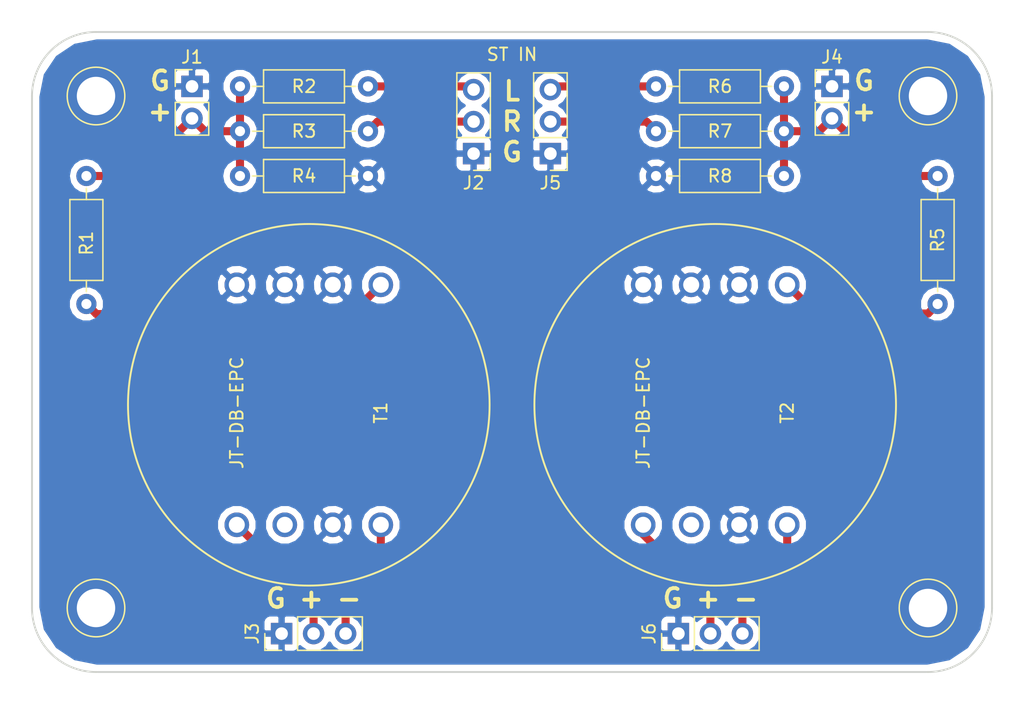
<source format=kicad_pcb>
(kicad_pcb (version 4) (host pcbnew 4.0.6)

  (general
    (links 37)
    (no_connects 0)
    (area 142.24 50.8 223.520001 106.680001)
    (thickness 1.6)
    (drawings 13)
    (tracks 40)
    (zones 0)
    (modules 20)
    (nets 14)
  )

  (page A4)
  (layers
    (0 F.Cu signal)
    (31 B.Cu signal)
    (32 B.Adhes user)
    (33 F.Adhes user)
    (34 B.Paste user)
    (35 F.Paste user)
    (36 B.SilkS user)
    (37 F.SilkS user)
    (38 B.Mask user)
    (39 F.Mask user)
    (40 Dwgs.User user)
    (41 Cmts.User user)
    (42 Eco1.User user)
    (43 Eco2.User user)
    (44 Edge.Cuts user)
    (45 Margin user)
    (46 B.CrtYd user)
    (47 F.CrtYd user)
    (48 B.Fab user)
    (49 F.Fab user hide)
  )

  (setup
    (last_trace_width 0.25)
    (trace_clearance 0.2)
    (zone_clearance 0.508)
    (zone_45_only no)
    (trace_min 0.2)
    (segment_width 0.2)
    (edge_width 0.15)
    (via_size 0.6)
    (via_drill 0.4)
    (via_min_size 0.4)
    (via_min_drill 0.3)
    (uvia_size 0.3)
    (uvia_drill 0.1)
    (uvias_allowed no)
    (uvia_min_size 0.2)
    (uvia_min_drill 0.1)
    (pcb_text_width 0.3)
    (pcb_text_size 1.5 1.5)
    (mod_edge_width 0.15)
    (mod_text_size 1 1)
    (mod_text_width 0.15)
    (pad_size 4.064 4.064)
    (pad_drill 3.048)
    (pad_to_mask_clearance 0.2)
    (aux_axis_origin 0 0)
    (visible_elements FFFFFF7F)
    (pcbplotparams
      (layerselection 0x00030_80000001)
      (usegerberextensions false)
      (excludeedgelayer true)
      (linewidth 0.100000)
      (plotframeref false)
      (viasonmask false)
      (mode 1)
      (useauxorigin false)
      (hpglpennumber 1)
      (hpglpenspeed 20)
      (hpglpendiameter 15)
      (hpglpenoverlay 2)
      (psnegative false)
      (psa4output false)
      (plotreference true)
      (plotvalue true)
      (plotinvisibletext false)
      (padsonsilk false)
      (subtractmaskfromsilk false)
      (outputformat 1)
      (mirror false)
      (drillshape 1)
      (scaleselection 1)
      (outputdirectory svg/))
  )

  (net 0 "")
  (net 1 "Net-(J2-Pad2)")
  (net 2 "Net-(J2-Pad3)")
  (net 3 "Net-(J4-Pad2)")
  (net 4 "Net-(R1-Pad1)")
  (net 5 GND)
  (net 6 "Net-(J1-Pad2)")
  (net 7 "Net-(J3-Pad2)")
  (net 8 "Net-(J5-Pad2)")
  (net 9 "Net-(J5-Pad3)")
  (net 10 "Net-(J6-Pad2)")
  (net 11 "Net-(J6-Pad3)")
  (net 12 "Net-(R5-Pad1)")
  (net 13 "Net-(J3-Pad3)")

  (net_class Default "This is the default net class."
    (clearance 0.2)
    (trace_width 0.25)
    (via_dia 0.6)
    (via_drill 0.4)
    (uvia_dia 0.3)
    (uvia_drill 0.1)
  )

  (net_class Audio ""
    (clearance 0.38608)
    (trace_width 0.64008)
    (via_dia 1.27)
    (via_drill 0.635)
    (uvia_dia 0.3)
    (uvia_drill 0.1)
    (add_net GND)
    (add_net "Net-(J1-Pad2)")
    (add_net "Net-(J2-Pad2)")
    (add_net "Net-(J2-Pad3)")
    (add_net "Net-(J3-Pad2)")
    (add_net "Net-(J3-Pad3)")
    (add_net "Net-(J4-Pad2)")
    (add_net "Net-(J5-Pad2)")
    (add_net "Net-(J5-Pad3)")
    (add_net "Net-(J6-Pad2)")
    (add_net "Net-(J6-Pad3)")
    (add_net "Net-(R1-Pad1)")
    (add_net "Net-(R5-Pad1)")
  )

  (module Pin_Headers:Pin_Header_Straight_1x02_Pitch2.54mm (layer F.Cu) (tedit 59650532) (tstamp 59B048BE)
    (at 157.48 57.658)
    (descr "Through hole straight pin header, 1x02, 2.54mm pitch, single row")
    (tags "Through hole pin header THT 1x02 2.54mm single row")
    (path /59B04832)
    (fp_text reference J1 (at 0 -2.33) (layer F.SilkS)
      (effects (font (size 1 1) (thickness 0.15)))
    )
    (fp_text value "CH 1 IN" (at -2.54 1.27 90) (layer F.Fab)
      (effects (font (size 1 1) (thickness 0.15)))
    )
    (fp_line (start -0.635 -1.27) (end 1.27 -1.27) (layer F.Fab) (width 0.1))
    (fp_line (start 1.27 -1.27) (end 1.27 3.81) (layer F.Fab) (width 0.1))
    (fp_line (start 1.27 3.81) (end -1.27 3.81) (layer F.Fab) (width 0.1))
    (fp_line (start -1.27 3.81) (end -1.27 -0.635) (layer F.Fab) (width 0.1))
    (fp_line (start -1.27 -0.635) (end -0.635 -1.27) (layer F.Fab) (width 0.1))
    (fp_line (start -1.33 3.87) (end 1.33 3.87) (layer F.SilkS) (width 0.12))
    (fp_line (start -1.33 1.27) (end -1.33 3.87) (layer F.SilkS) (width 0.12))
    (fp_line (start 1.33 1.27) (end 1.33 3.87) (layer F.SilkS) (width 0.12))
    (fp_line (start -1.33 1.27) (end 1.33 1.27) (layer F.SilkS) (width 0.12))
    (fp_line (start -1.33 0) (end -1.33 -1.33) (layer F.SilkS) (width 0.12))
    (fp_line (start -1.33 -1.33) (end 0 -1.33) (layer F.SilkS) (width 0.12))
    (fp_line (start -1.8 -1.8) (end -1.8 4.35) (layer F.CrtYd) (width 0.05))
    (fp_line (start -1.8 4.35) (end 1.8 4.35) (layer F.CrtYd) (width 0.05))
    (fp_line (start 1.8 4.35) (end 1.8 -1.8) (layer F.CrtYd) (width 0.05))
    (fp_line (start 1.8 -1.8) (end -1.8 -1.8) (layer F.CrtYd) (width 0.05))
    (fp_text user %R (at -1.016 6.096 90) (layer F.Fab)
      (effects (font (size 1 1) (thickness 0.15)))
    )
    (pad 1 thru_hole rect (at 0 0) (size 1.7 1.7) (drill 1) (layers *.Cu *.Mask)
      (net 5 GND))
    (pad 2 thru_hole oval (at 0 2.54) (size 1.7 1.7) (drill 1) (layers *.Cu *.Mask)
      (net 6 "Net-(J1-Pad2)"))
    (model ${KISYS3DMOD}/Pin_Headers.3dshapes/Pin_Header_Straight_1x02_Pitch2.54mm.wrl
      (at (xyz 0 -0.05 0))
      (scale (xyz 1 1 1))
      (rotate (xyz 0 0 90))
    )
  )

  (module Pin_Headers:Pin_Header_Straight_1x03_Pitch2.54mm (layer F.Cu) (tedit 59B0C0F2) (tstamp 59B048D5)
    (at 179.832 62.992 180)
    (descr "Through hole straight pin header, 1x03, 2.54mm pitch, single row")
    (tags "Through hole pin header THT 1x03 2.54mm single row")
    (path /59C30AC6)
    (fp_text reference J2 (at 0 -2.33 180) (layer F.SilkS)
      (effects (font (size 1 1) (thickness 0.15)))
    )
    (fp_text value "ST IN" (at -3.048 7.874 360) (layer F.SilkS)
      (effects (font (size 1 1) (thickness 0.15)))
    )
    (fp_line (start -0.635 -1.27) (end 1.27 -1.27) (layer F.Fab) (width 0.1))
    (fp_line (start 1.27 -1.27) (end 1.27 6.35) (layer F.Fab) (width 0.1))
    (fp_line (start 1.27 6.35) (end -1.27 6.35) (layer F.Fab) (width 0.1))
    (fp_line (start -1.27 6.35) (end -1.27 -0.635) (layer F.Fab) (width 0.1))
    (fp_line (start -1.27 -0.635) (end -0.635 -1.27) (layer F.Fab) (width 0.1))
    (fp_line (start -1.33 6.41) (end 1.33 6.41) (layer F.SilkS) (width 0.12))
    (fp_line (start -1.33 1.27) (end -1.33 6.41) (layer F.SilkS) (width 0.12))
    (fp_line (start 1.33 1.27) (end 1.33 6.41) (layer F.SilkS) (width 0.12))
    (fp_line (start -1.33 1.27) (end 1.33 1.27) (layer F.SilkS) (width 0.12))
    (fp_line (start -1.33 0) (end -1.33 -1.33) (layer F.SilkS) (width 0.12))
    (fp_line (start -1.33 -1.33) (end 0 -1.33) (layer F.SilkS) (width 0.12))
    (fp_line (start -1.8 -1.8) (end -1.8 6.85) (layer F.CrtYd) (width 0.05))
    (fp_line (start -1.8 6.85) (end 1.8 6.85) (layer F.CrtYd) (width 0.05))
    (fp_line (start 1.8 6.85) (end 1.8 -1.8) (layer F.CrtYd) (width 0.05))
    (fp_line (start 1.8 -1.8) (end -1.8 -1.8) (layer F.CrtYd) (width 0.05))
    (fp_text user %R (at 0 2.54 270) (layer F.Fab)
      (effects (font (size 1 1) (thickness 0.15)))
    )
    (pad 1 thru_hole rect (at 0 0 180) (size 1.7 1.7) (drill 1) (layers *.Cu *.Mask)
      (net 5 GND))
    (pad 2 thru_hole oval (at 0 2.54 180) (size 1.7 1.7) (drill 1) (layers *.Cu *.Mask)
      (net 1 "Net-(J2-Pad2)"))
    (pad 3 thru_hole oval (at 0 5.08 180) (size 1.7 1.7) (drill 1) (layers *.Cu *.Mask)
      (net 2 "Net-(J2-Pad3)"))
    (model ${KISYS3DMOD}/Pin_Headers.3dshapes/Pin_Header_Straight_1x03_Pitch2.54mm.wrl
      (at (xyz 0 -0.1 0))
      (scale (xyz 1 1 1))
      (rotate (xyz 0 0 90))
    )
  )

  (module Resistors_THT:R_Axial_DIN0207_L6.3mm_D2.5mm_P10.16mm_Horizontal (layer F.Cu) (tedit 5874F706) (tstamp 59B0C861)
    (at 149.098 74.93 90)
    (descr "Resistor, Axial_DIN0207 series, Axial, Horizontal, pin pitch=10.16mm, 0.25W = 1/4W, length*diameter=6.3*2.5mm^2, http://cdn-reichelt.de/documents/datenblatt/B400/1_4W%23YAG.pdf")
    (tags "Resistor Axial_DIN0207 series Axial Horizontal pin pitch 10.16mm 0.25W = 1/4W length 6.3mm diameter 2.5mm")
    (path /59B03597)
    (fp_text reference R1 (at 4.826 0 90) (layer F.SilkS)
      (effects (font (size 1 1) (thickness 0.15)))
    )
    (fp_text value 6k81 (at 5.08 2.31 90) (layer F.Fab)
      (effects (font (size 1 1) (thickness 0.15)))
    )
    (fp_line (start 1.93 -1.25) (end 1.93 1.25) (layer F.Fab) (width 0.1))
    (fp_line (start 1.93 1.25) (end 8.23 1.25) (layer F.Fab) (width 0.1))
    (fp_line (start 8.23 1.25) (end 8.23 -1.25) (layer F.Fab) (width 0.1))
    (fp_line (start 8.23 -1.25) (end 1.93 -1.25) (layer F.Fab) (width 0.1))
    (fp_line (start 0 0) (end 1.93 0) (layer F.Fab) (width 0.1))
    (fp_line (start 10.16 0) (end 8.23 0) (layer F.Fab) (width 0.1))
    (fp_line (start 1.87 -1.31) (end 1.87 1.31) (layer F.SilkS) (width 0.12))
    (fp_line (start 1.87 1.31) (end 8.29 1.31) (layer F.SilkS) (width 0.12))
    (fp_line (start 8.29 1.31) (end 8.29 -1.31) (layer F.SilkS) (width 0.12))
    (fp_line (start 8.29 -1.31) (end 1.87 -1.31) (layer F.SilkS) (width 0.12))
    (fp_line (start 0.98 0) (end 1.87 0) (layer F.SilkS) (width 0.12))
    (fp_line (start 9.18 0) (end 8.29 0) (layer F.SilkS) (width 0.12))
    (fp_line (start -1.05 -1.6) (end -1.05 1.6) (layer F.CrtYd) (width 0.05))
    (fp_line (start -1.05 1.6) (end 11.25 1.6) (layer F.CrtYd) (width 0.05))
    (fp_line (start 11.25 1.6) (end 11.25 -1.6) (layer F.CrtYd) (width 0.05))
    (fp_line (start 11.25 -1.6) (end -1.05 -1.6) (layer F.CrtYd) (width 0.05))
    (pad 1 thru_hole circle (at 0 0 90) (size 1.6 1.6) (drill 0.8) (layers *.Cu *.Mask)
      (net 4 "Net-(R1-Pad1)"))
    (pad 2 thru_hole oval (at 10.16 0 90) (size 1.6 1.6) (drill 0.8) (layers *.Cu *.Mask)
      (net 6 "Net-(J1-Pad2)"))
    (model ${KISYS3DMOD}/Resistors_THT.3dshapes/R_Axial_DIN0207_L6.3mm_D2.5mm_P10.16mm_Horizontal.wrl
      (at (xyz 0 0 0))
      (scale (xyz 0.393701 0.393701 0.393701))
      (rotate (xyz 0 0 0))
    )
  )

  (module Resistors_THT:R_Axial_DIN0207_L6.3mm_D2.5mm_P10.16mm_Horizontal (layer F.Cu) (tedit 5874F706) (tstamp 59B0C88D)
    (at 161.29 61.214)
    (descr "Resistor, Axial_DIN0207 series, Axial, Horizontal, pin pitch=10.16mm, 0.25W = 1/4W, length*diameter=6.3*2.5mm^2, http://cdn-reichelt.de/documents/datenblatt/B400/1_4W%23YAG.pdf")
    (tags "Resistor Axial_DIN0207 series Axial Horizontal pin pitch 10.16mm 0.25W = 1/4W length 6.3mm diameter 2.5mm")
    (path /59C309E6)
    (fp_text reference R3 (at 5.08 0) (layer F.SilkS)
      (effects (font (size 1 1) (thickness 0.15)))
    )
    (fp_text value 475 (at 5.08 2.31) (layer F.Fab)
      (effects (font (size 1 1) (thickness 0.15)))
    )
    (fp_line (start 1.93 -1.25) (end 1.93 1.25) (layer F.Fab) (width 0.1))
    (fp_line (start 1.93 1.25) (end 8.23 1.25) (layer F.Fab) (width 0.1))
    (fp_line (start 8.23 1.25) (end 8.23 -1.25) (layer F.Fab) (width 0.1))
    (fp_line (start 8.23 -1.25) (end 1.93 -1.25) (layer F.Fab) (width 0.1))
    (fp_line (start 0 0) (end 1.93 0) (layer F.Fab) (width 0.1))
    (fp_line (start 10.16 0) (end 8.23 0) (layer F.Fab) (width 0.1))
    (fp_line (start 1.87 -1.31) (end 1.87 1.31) (layer F.SilkS) (width 0.12))
    (fp_line (start 1.87 1.31) (end 8.29 1.31) (layer F.SilkS) (width 0.12))
    (fp_line (start 8.29 1.31) (end 8.29 -1.31) (layer F.SilkS) (width 0.12))
    (fp_line (start 8.29 -1.31) (end 1.87 -1.31) (layer F.SilkS) (width 0.12))
    (fp_line (start 0.98 0) (end 1.87 0) (layer F.SilkS) (width 0.12))
    (fp_line (start 9.18 0) (end 8.29 0) (layer F.SilkS) (width 0.12))
    (fp_line (start -1.05 -1.6) (end -1.05 1.6) (layer F.CrtYd) (width 0.05))
    (fp_line (start -1.05 1.6) (end 11.25 1.6) (layer F.CrtYd) (width 0.05))
    (fp_line (start 11.25 1.6) (end 11.25 -1.6) (layer F.CrtYd) (width 0.05))
    (fp_line (start 11.25 -1.6) (end -1.05 -1.6) (layer F.CrtYd) (width 0.05))
    (pad 1 thru_hole circle (at 0 0) (size 1.6 1.6) (drill 0.8) (layers *.Cu *.Mask)
      (net 6 "Net-(J1-Pad2)"))
    (pad 2 thru_hole oval (at 10.16 0) (size 1.6 1.6) (drill 0.8) (layers *.Cu *.Mask)
      (net 1 "Net-(J2-Pad2)"))
    (model ${KISYS3DMOD}/Resistors_THT.3dshapes/R_Axial_DIN0207_L6.3mm_D2.5mm_P10.16mm_Horizontal.wrl
      (at (xyz 0 0 0))
      (scale (xyz 0.393701 0.393701 0.393701))
      (rotate (xyz 0 0 0))
    )
  )

  (module Pin_Headers:Pin_Header_Straight_1x03_Pitch2.54mm (layer F.Cu) (tedit 59650532) (tstamp 59C318CA)
    (at 185.928 62.992 180)
    (descr "Through hole straight pin header, 1x03, 2.54mm pitch, single row")
    (tags "Through hole pin header THT 1x03 2.54mm single row")
    (path /59C3160A)
    (fp_text reference J5 (at 0 -2.33 180) (layer F.SilkS)
      (effects (font (size 1 1) (thickness 0.15)))
    )
    (fp_text value "ST IN" (at 0 7.41 180) (layer F.Fab)
      (effects (font (size 1 1) (thickness 0.15)))
    )
    (fp_line (start -0.635 -1.27) (end 1.27 -1.27) (layer F.Fab) (width 0.1))
    (fp_line (start 1.27 -1.27) (end 1.27 6.35) (layer F.Fab) (width 0.1))
    (fp_line (start 1.27 6.35) (end -1.27 6.35) (layer F.Fab) (width 0.1))
    (fp_line (start -1.27 6.35) (end -1.27 -0.635) (layer F.Fab) (width 0.1))
    (fp_line (start -1.27 -0.635) (end -0.635 -1.27) (layer F.Fab) (width 0.1))
    (fp_line (start -1.33 6.41) (end 1.33 6.41) (layer F.SilkS) (width 0.12))
    (fp_line (start -1.33 1.27) (end -1.33 6.41) (layer F.SilkS) (width 0.12))
    (fp_line (start 1.33 1.27) (end 1.33 6.41) (layer F.SilkS) (width 0.12))
    (fp_line (start -1.33 1.27) (end 1.33 1.27) (layer F.SilkS) (width 0.12))
    (fp_line (start -1.33 0) (end -1.33 -1.33) (layer F.SilkS) (width 0.12))
    (fp_line (start -1.33 -1.33) (end 0 -1.33) (layer F.SilkS) (width 0.12))
    (fp_line (start -1.8 -1.8) (end -1.8 6.85) (layer F.CrtYd) (width 0.05))
    (fp_line (start -1.8 6.85) (end 1.8 6.85) (layer F.CrtYd) (width 0.05))
    (fp_line (start 1.8 6.85) (end 1.8 -1.8) (layer F.CrtYd) (width 0.05))
    (fp_line (start 1.8 -1.8) (end -1.8 -1.8) (layer F.CrtYd) (width 0.05))
    (fp_text user %R (at 0 2.54 270) (layer F.Fab)
      (effects (font (size 1 1) (thickness 0.15)))
    )
    (pad 1 thru_hole rect (at 0 0 180) (size 1.7 1.7) (drill 1) (layers *.Cu *.Mask)
      (net 5 GND))
    (pad 2 thru_hole oval (at 0 2.54 180) (size 1.7 1.7) (drill 1) (layers *.Cu *.Mask)
      (net 8 "Net-(J5-Pad2)"))
    (pad 3 thru_hole oval (at 0 5.08 180) (size 1.7 1.7) (drill 1) (layers *.Cu *.Mask)
      (net 9 "Net-(J5-Pad3)"))
    (model ${KISYS3DMOD}/Pin_Headers.3dshapes/Pin_Header_Straight_1x03_Pitch2.54mm.wrl
      (at (xyz 0 0 0))
      (scale (xyz 1 1 1))
      (rotate (xyz 0 0 0))
    )
  )

  (module Pin_Headers:Pin_Header_Straight_1x03_Pitch2.54mm (layer F.Cu) (tedit 59650532) (tstamp 59C318E1)
    (at 196.088 101.092 90)
    (descr "Through hole straight pin header, 1x03, 2.54mm pitch, single row")
    (tags "Through hole pin header THT 1x03 2.54mm single row")
    (path /59B046EF)
    (fp_text reference J6 (at 0 -2.33 90) (layer F.SilkS)
      (effects (font (size 1 1) (thickness 0.15)))
    )
    (fp_text value "CH 2 OUT" (at 0 10.922 180) (layer F.Fab)
      (effects (font (size 1 1) (thickness 0.15)))
    )
    (fp_line (start -0.635 -1.27) (end 1.27 -1.27) (layer F.Fab) (width 0.1))
    (fp_line (start 1.27 -1.27) (end 1.27 6.35) (layer F.Fab) (width 0.1))
    (fp_line (start 1.27 6.35) (end -1.27 6.35) (layer F.Fab) (width 0.1))
    (fp_line (start -1.27 6.35) (end -1.27 -0.635) (layer F.Fab) (width 0.1))
    (fp_line (start -1.27 -0.635) (end -0.635 -1.27) (layer F.Fab) (width 0.1))
    (fp_line (start -1.33 6.41) (end 1.33 6.41) (layer F.SilkS) (width 0.12))
    (fp_line (start -1.33 1.27) (end -1.33 6.41) (layer F.SilkS) (width 0.12))
    (fp_line (start 1.33 1.27) (end 1.33 6.41) (layer F.SilkS) (width 0.12))
    (fp_line (start -1.33 1.27) (end 1.33 1.27) (layer F.SilkS) (width 0.12))
    (fp_line (start -1.33 0) (end -1.33 -1.33) (layer F.SilkS) (width 0.12))
    (fp_line (start -1.33 -1.33) (end 0 -1.33) (layer F.SilkS) (width 0.12))
    (fp_line (start -1.8 -1.8) (end -1.8 6.85) (layer F.CrtYd) (width 0.05))
    (fp_line (start -1.8 6.85) (end 1.8 6.85) (layer F.CrtYd) (width 0.05))
    (fp_line (start 1.8 6.85) (end 1.8 -1.8) (layer F.CrtYd) (width 0.05))
    (fp_line (start 1.8 -1.8) (end -1.8 -1.8) (layer F.CrtYd) (width 0.05))
    (fp_text user %R (at 0 2.54 180) (layer F.Fab)
      (effects (font (size 1 1) (thickness 0.15)))
    )
    (pad 1 thru_hole rect (at 0 0 90) (size 1.7 1.7) (drill 1) (layers *.Cu *.Mask)
      (net 5 GND))
    (pad 2 thru_hole oval (at 0 2.54 90) (size 1.7 1.7) (drill 1) (layers *.Cu *.Mask)
      (net 10 "Net-(J6-Pad2)"))
    (pad 3 thru_hole oval (at 0 5.08 90) (size 1.7 1.7) (drill 1) (layers *.Cu *.Mask)
      (net 11 "Net-(J6-Pad3)"))
    (model ${KISYS3DMOD}/Pin_Headers.3dshapes/Pin_Header_Straight_1x03_Pitch2.54mm.wrl
      (at (xyz 0 0 0))
      (scale (xyz 1 1 1))
      (rotate (xyz 0 0 0))
    )
  )

  (module Resistors_THT:R_Axial_DIN0207_L6.3mm_D2.5mm_P10.16mm_Horizontal (layer F.Cu) (tedit 5874F706) (tstamp 59C318F7)
    (at 161.29 57.658)
    (descr "Resistor, Axial_DIN0207 series, Axial, Horizontal, pin pitch=10.16mm, 0.25W = 1/4W, length*diameter=6.3*2.5mm^2, http://cdn-reichelt.de/documents/datenblatt/B400/1_4W%23YAG.pdf")
    (tags "Resistor Axial_DIN0207 series Axial Horizontal pin pitch 10.16mm 0.25W = 1/4W length 6.3mm diameter 2.5mm")
    (path /59C3098B)
    (fp_text reference R2 (at 5.08 0) (layer F.SilkS)
      (effects (font (size 1 1) (thickness 0.15)))
    )
    (fp_text value 475 (at 5.334 -2.54) (layer F.Fab)
      (effects (font (size 1 1) (thickness 0.15)))
    )
    (fp_line (start 1.93 -1.25) (end 1.93 1.25) (layer F.Fab) (width 0.1))
    (fp_line (start 1.93 1.25) (end 8.23 1.25) (layer F.Fab) (width 0.1))
    (fp_line (start 8.23 1.25) (end 8.23 -1.25) (layer F.Fab) (width 0.1))
    (fp_line (start 8.23 -1.25) (end 1.93 -1.25) (layer F.Fab) (width 0.1))
    (fp_line (start 0 0) (end 1.93 0) (layer F.Fab) (width 0.1))
    (fp_line (start 10.16 0) (end 8.23 0) (layer F.Fab) (width 0.1))
    (fp_line (start 1.87 -1.31) (end 1.87 1.31) (layer F.SilkS) (width 0.12))
    (fp_line (start 1.87 1.31) (end 8.29 1.31) (layer F.SilkS) (width 0.12))
    (fp_line (start 8.29 1.31) (end 8.29 -1.31) (layer F.SilkS) (width 0.12))
    (fp_line (start 8.29 -1.31) (end 1.87 -1.31) (layer F.SilkS) (width 0.12))
    (fp_line (start 0.98 0) (end 1.87 0) (layer F.SilkS) (width 0.12))
    (fp_line (start 9.18 0) (end 8.29 0) (layer F.SilkS) (width 0.12))
    (fp_line (start -1.05 -1.6) (end -1.05 1.6) (layer F.CrtYd) (width 0.05))
    (fp_line (start -1.05 1.6) (end 11.25 1.6) (layer F.CrtYd) (width 0.05))
    (fp_line (start 11.25 1.6) (end 11.25 -1.6) (layer F.CrtYd) (width 0.05))
    (fp_line (start 11.25 -1.6) (end -1.05 -1.6) (layer F.CrtYd) (width 0.05))
    (pad 1 thru_hole circle (at 0 0) (size 1.6 1.6) (drill 0.8) (layers *.Cu *.Mask)
      (net 6 "Net-(J1-Pad2)"))
    (pad 2 thru_hole oval (at 10.16 0) (size 1.6 1.6) (drill 0.8) (layers *.Cu *.Mask)
      (net 2 "Net-(J2-Pad3)"))
    (model ${KISYS3DMOD}/Resistors_THT.3dshapes/R_Axial_DIN0207_L6.3mm_D2.5mm_P10.16mm_Horizontal.wrl
      (at (xyz 0 0 0))
      (scale (xyz 0.393701 0.393701 0.393701))
      (rotate (xyz 0 0 0))
    )
  )

  (module Resistors_THT:R_Axial_DIN0207_L6.3mm_D2.5mm_P10.16mm_Horizontal (layer F.Cu) (tedit 5874F706) (tstamp 59C3190D)
    (at 171.45 64.77 180)
    (descr "Resistor, Axial_DIN0207 series, Axial, Horizontal, pin pitch=10.16mm, 0.25W = 1/4W, length*diameter=6.3*2.5mm^2, http://cdn-reichelt.de/documents/datenblatt/B400/1_4W%23YAG.pdf")
    (tags "Resistor Axial_DIN0207 series Axial Horizontal pin pitch 10.16mm 0.25W = 1/4W length 6.3mm diameter 2.5mm")
    (path /59C30F06)
    (fp_text reference R4 (at 5.08 0 180) (layer F.SilkS)
      (effects (font (size 1 1) (thickness 0.15)))
    )
    (fp_text value 20k (at 5.08 2.31 180) (layer F.Fab)
      (effects (font (size 1 1) (thickness 0.15)))
    )
    (fp_line (start 1.93 -1.25) (end 1.93 1.25) (layer F.Fab) (width 0.1))
    (fp_line (start 1.93 1.25) (end 8.23 1.25) (layer F.Fab) (width 0.1))
    (fp_line (start 8.23 1.25) (end 8.23 -1.25) (layer F.Fab) (width 0.1))
    (fp_line (start 8.23 -1.25) (end 1.93 -1.25) (layer F.Fab) (width 0.1))
    (fp_line (start 0 0) (end 1.93 0) (layer F.Fab) (width 0.1))
    (fp_line (start 10.16 0) (end 8.23 0) (layer F.Fab) (width 0.1))
    (fp_line (start 1.87 -1.31) (end 1.87 1.31) (layer F.SilkS) (width 0.12))
    (fp_line (start 1.87 1.31) (end 8.29 1.31) (layer F.SilkS) (width 0.12))
    (fp_line (start 8.29 1.31) (end 8.29 -1.31) (layer F.SilkS) (width 0.12))
    (fp_line (start 8.29 -1.31) (end 1.87 -1.31) (layer F.SilkS) (width 0.12))
    (fp_line (start 0.98 0) (end 1.87 0) (layer F.SilkS) (width 0.12))
    (fp_line (start 9.18 0) (end 8.29 0) (layer F.SilkS) (width 0.12))
    (fp_line (start -1.05 -1.6) (end -1.05 1.6) (layer F.CrtYd) (width 0.05))
    (fp_line (start -1.05 1.6) (end 11.25 1.6) (layer F.CrtYd) (width 0.05))
    (fp_line (start 11.25 1.6) (end 11.25 -1.6) (layer F.CrtYd) (width 0.05))
    (fp_line (start 11.25 -1.6) (end -1.05 -1.6) (layer F.CrtYd) (width 0.05))
    (pad 1 thru_hole circle (at 0 0 180) (size 1.6 1.6) (drill 0.8) (layers *.Cu *.Mask)
      (net 5 GND))
    (pad 2 thru_hole oval (at 10.16 0 180) (size 1.6 1.6) (drill 0.8) (layers *.Cu *.Mask)
      (net 6 "Net-(J1-Pad2)"))
    (model ${KISYS3DMOD}/Resistors_THT.3dshapes/R_Axial_DIN0207_L6.3mm_D2.5mm_P10.16mm_Horizontal.wrl
      (at (xyz 0 0 0))
      (scale (xyz 0.393701 0.393701 0.393701))
      (rotate (xyz 0 0 0))
    )
  )

  (module Resistors_THT:R_Axial_DIN0207_L6.3mm_D2.5mm_P10.16mm_Horizontal (layer F.Cu) (tedit 5874F706) (tstamp 59C31923)
    (at 216.662 74.93 90)
    (descr "Resistor, Axial_DIN0207 series, Axial, Horizontal, pin pitch=10.16mm, 0.25W = 1/4W, length*diameter=6.3*2.5mm^2, http://cdn-reichelt.de/documents/datenblatt/B400/1_4W%23YAG.pdf")
    (tags "Resistor Axial_DIN0207 series Axial Horizontal pin pitch 10.16mm 0.25W = 1/4W length 6.3mm diameter 2.5mm")
    (path /59B035FC)
    (fp_text reference R5 (at 5.08 0 90) (layer F.SilkS)
      (effects (font (size 1 1) (thickness 0.15)))
    )
    (fp_text value 6k81 (at 5.08 2.31 90) (layer F.Fab)
      (effects (font (size 1 1) (thickness 0.15)))
    )
    (fp_line (start 1.93 -1.25) (end 1.93 1.25) (layer F.Fab) (width 0.1))
    (fp_line (start 1.93 1.25) (end 8.23 1.25) (layer F.Fab) (width 0.1))
    (fp_line (start 8.23 1.25) (end 8.23 -1.25) (layer F.Fab) (width 0.1))
    (fp_line (start 8.23 -1.25) (end 1.93 -1.25) (layer F.Fab) (width 0.1))
    (fp_line (start 0 0) (end 1.93 0) (layer F.Fab) (width 0.1))
    (fp_line (start 10.16 0) (end 8.23 0) (layer F.Fab) (width 0.1))
    (fp_line (start 1.87 -1.31) (end 1.87 1.31) (layer F.SilkS) (width 0.12))
    (fp_line (start 1.87 1.31) (end 8.29 1.31) (layer F.SilkS) (width 0.12))
    (fp_line (start 8.29 1.31) (end 8.29 -1.31) (layer F.SilkS) (width 0.12))
    (fp_line (start 8.29 -1.31) (end 1.87 -1.31) (layer F.SilkS) (width 0.12))
    (fp_line (start 0.98 0) (end 1.87 0) (layer F.SilkS) (width 0.12))
    (fp_line (start 9.18 0) (end 8.29 0) (layer F.SilkS) (width 0.12))
    (fp_line (start -1.05 -1.6) (end -1.05 1.6) (layer F.CrtYd) (width 0.05))
    (fp_line (start -1.05 1.6) (end 11.25 1.6) (layer F.CrtYd) (width 0.05))
    (fp_line (start 11.25 1.6) (end 11.25 -1.6) (layer F.CrtYd) (width 0.05))
    (fp_line (start 11.25 -1.6) (end -1.05 -1.6) (layer F.CrtYd) (width 0.05))
    (pad 1 thru_hole circle (at 0 0 90) (size 1.6 1.6) (drill 0.8) (layers *.Cu *.Mask)
      (net 12 "Net-(R5-Pad1)"))
    (pad 2 thru_hole oval (at 10.16 0 90) (size 1.6 1.6) (drill 0.8) (layers *.Cu *.Mask)
      (net 3 "Net-(J4-Pad2)"))
    (model ${KISYS3DMOD}/Resistors_THT.3dshapes/R_Axial_DIN0207_L6.3mm_D2.5mm_P10.16mm_Horizontal.wrl
      (at (xyz 0 0 0))
      (scale (xyz 0.393701 0.393701 0.393701))
      (rotate (xyz 0 0 0))
    )
  )

  (module Resistors_THT:R_Axial_DIN0207_L6.3mm_D2.5mm_P10.16mm_Horizontal (layer F.Cu) (tedit 5874F706) (tstamp 59C31939)
    (at 204.47 57.658 180)
    (descr "Resistor, Axial_DIN0207 series, Axial, Horizontal, pin pitch=10.16mm, 0.25W = 1/4W, length*diameter=6.3*2.5mm^2, http://cdn-reichelt.de/documents/datenblatt/B400/1_4W%23YAG.pdf")
    (tags "Resistor Axial_DIN0207 series Axial Horizontal pin pitch 10.16mm 0.25W = 1/4W length 6.3mm diameter 2.5mm")
    (path /59C3187F)
    (fp_text reference R6 (at 5.08 0 180) (layer F.SilkS)
      (effects (font (size 1 1) (thickness 0.15)))
    )
    (fp_text value 475 (at 5.08 2.31 180) (layer F.Fab)
      (effects (font (size 1 1) (thickness 0.15)))
    )
    (fp_line (start 1.93 -1.25) (end 1.93 1.25) (layer F.Fab) (width 0.1))
    (fp_line (start 1.93 1.25) (end 8.23 1.25) (layer F.Fab) (width 0.1))
    (fp_line (start 8.23 1.25) (end 8.23 -1.25) (layer F.Fab) (width 0.1))
    (fp_line (start 8.23 -1.25) (end 1.93 -1.25) (layer F.Fab) (width 0.1))
    (fp_line (start 0 0) (end 1.93 0) (layer F.Fab) (width 0.1))
    (fp_line (start 10.16 0) (end 8.23 0) (layer F.Fab) (width 0.1))
    (fp_line (start 1.87 -1.31) (end 1.87 1.31) (layer F.SilkS) (width 0.12))
    (fp_line (start 1.87 1.31) (end 8.29 1.31) (layer F.SilkS) (width 0.12))
    (fp_line (start 8.29 1.31) (end 8.29 -1.31) (layer F.SilkS) (width 0.12))
    (fp_line (start 8.29 -1.31) (end 1.87 -1.31) (layer F.SilkS) (width 0.12))
    (fp_line (start 0.98 0) (end 1.87 0) (layer F.SilkS) (width 0.12))
    (fp_line (start 9.18 0) (end 8.29 0) (layer F.SilkS) (width 0.12))
    (fp_line (start -1.05 -1.6) (end -1.05 1.6) (layer F.CrtYd) (width 0.05))
    (fp_line (start -1.05 1.6) (end 11.25 1.6) (layer F.CrtYd) (width 0.05))
    (fp_line (start 11.25 1.6) (end 11.25 -1.6) (layer F.CrtYd) (width 0.05))
    (fp_line (start 11.25 -1.6) (end -1.05 -1.6) (layer F.CrtYd) (width 0.05))
    (pad 1 thru_hole circle (at 0 0 180) (size 1.6 1.6) (drill 0.8) (layers *.Cu *.Mask)
      (net 3 "Net-(J4-Pad2)"))
    (pad 2 thru_hole oval (at 10.16 0 180) (size 1.6 1.6) (drill 0.8) (layers *.Cu *.Mask)
      (net 9 "Net-(J5-Pad3)"))
    (model ${KISYS3DMOD}/Resistors_THT.3dshapes/R_Axial_DIN0207_L6.3mm_D2.5mm_P10.16mm_Horizontal.wrl
      (at (xyz 0 0 0))
      (scale (xyz 0.393701 0.393701 0.393701))
      (rotate (xyz 0 0 0))
    )
  )

  (module Resistors_THT:R_Axial_DIN0207_L6.3mm_D2.5mm_P10.16mm_Horizontal (layer F.Cu) (tedit 5874F706) (tstamp 59C3194F)
    (at 204.47 61.214 180)
    (descr "Resistor, Axial_DIN0207 series, Axial, Horizontal, pin pitch=10.16mm, 0.25W = 1/4W, length*diameter=6.3*2.5mm^2, http://cdn-reichelt.de/documents/datenblatt/B400/1_4W%23YAG.pdf")
    (tags "Resistor Axial_DIN0207 series Axial Horizontal pin pitch 10.16mm 0.25W = 1/4W length 6.3mm diameter 2.5mm")
    (path /59C318D7)
    (fp_text reference R7 (at 5.08 0 180) (layer F.SilkS)
      (effects (font (size 1 1) (thickness 0.15)))
    )
    (fp_text value 475 (at 5.08 -2.286 180) (layer F.Fab)
      (effects (font (size 1 1) (thickness 0.15)))
    )
    (fp_line (start 1.93 -1.25) (end 1.93 1.25) (layer F.Fab) (width 0.1))
    (fp_line (start 1.93 1.25) (end 8.23 1.25) (layer F.Fab) (width 0.1))
    (fp_line (start 8.23 1.25) (end 8.23 -1.25) (layer F.Fab) (width 0.1))
    (fp_line (start 8.23 -1.25) (end 1.93 -1.25) (layer F.Fab) (width 0.1))
    (fp_line (start 0 0) (end 1.93 0) (layer F.Fab) (width 0.1))
    (fp_line (start 10.16 0) (end 8.23 0) (layer F.Fab) (width 0.1))
    (fp_line (start 1.87 -1.31) (end 1.87 1.31) (layer F.SilkS) (width 0.12))
    (fp_line (start 1.87 1.31) (end 8.29 1.31) (layer F.SilkS) (width 0.12))
    (fp_line (start 8.29 1.31) (end 8.29 -1.31) (layer F.SilkS) (width 0.12))
    (fp_line (start 8.29 -1.31) (end 1.87 -1.31) (layer F.SilkS) (width 0.12))
    (fp_line (start 0.98 0) (end 1.87 0) (layer F.SilkS) (width 0.12))
    (fp_line (start 9.18 0) (end 8.29 0) (layer F.SilkS) (width 0.12))
    (fp_line (start -1.05 -1.6) (end -1.05 1.6) (layer F.CrtYd) (width 0.05))
    (fp_line (start -1.05 1.6) (end 11.25 1.6) (layer F.CrtYd) (width 0.05))
    (fp_line (start 11.25 1.6) (end 11.25 -1.6) (layer F.CrtYd) (width 0.05))
    (fp_line (start 11.25 -1.6) (end -1.05 -1.6) (layer F.CrtYd) (width 0.05))
    (pad 1 thru_hole circle (at 0 0 180) (size 1.6 1.6) (drill 0.8) (layers *.Cu *.Mask)
      (net 3 "Net-(J4-Pad2)"))
    (pad 2 thru_hole oval (at 10.16 0 180) (size 1.6 1.6) (drill 0.8) (layers *.Cu *.Mask)
      (net 8 "Net-(J5-Pad2)"))
    (model ${KISYS3DMOD}/Resistors_THT.3dshapes/R_Axial_DIN0207_L6.3mm_D2.5mm_P10.16mm_Horizontal.wrl
      (at (xyz 0 0 0))
      (scale (xyz 0.393701 0.393701 0.393701))
      (rotate (xyz 0 0 0))
    )
  )

  (module Resistors_THT:R_Axial_DIN0207_L6.3mm_D2.5mm_P10.16mm_Horizontal (layer F.Cu) (tedit 5874F706) (tstamp 59C31965)
    (at 194.31 64.77)
    (descr "Resistor, Axial_DIN0207 series, Axial, Horizontal, pin pitch=10.16mm, 0.25W = 1/4W, length*diameter=6.3*2.5mm^2, http://cdn-reichelt.de/documents/datenblatt/B400/1_4W%23YAG.pdf")
    (tags "Resistor Axial_DIN0207 series Axial Horizontal pin pitch 10.16mm 0.25W = 1/4W length 6.3mm diameter 2.5mm")
    (path /59C31D0C)
    (fp_text reference R8 (at 5.08 0) (layer F.SilkS)
      (effects (font (size 1 1) (thickness 0.15)))
    )
    (fp_text value 20k (at 5.08 2.31) (layer F.Fab)
      (effects (font (size 1 1) (thickness 0.15)))
    )
    (fp_line (start 1.93 -1.25) (end 1.93 1.25) (layer F.Fab) (width 0.1))
    (fp_line (start 1.93 1.25) (end 8.23 1.25) (layer F.Fab) (width 0.1))
    (fp_line (start 8.23 1.25) (end 8.23 -1.25) (layer F.Fab) (width 0.1))
    (fp_line (start 8.23 -1.25) (end 1.93 -1.25) (layer F.Fab) (width 0.1))
    (fp_line (start 0 0) (end 1.93 0) (layer F.Fab) (width 0.1))
    (fp_line (start 10.16 0) (end 8.23 0) (layer F.Fab) (width 0.1))
    (fp_line (start 1.87 -1.31) (end 1.87 1.31) (layer F.SilkS) (width 0.12))
    (fp_line (start 1.87 1.31) (end 8.29 1.31) (layer F.SilkS) (width 0.12))
    (fp_line (start 8.29 1.31) (end 8.29 -1.31) (layer F.SilkS) (width 0.12))
    (fp_line (start 8.29 -1.31) (end 1.87 -1.31) (layer F.SilkS) (width 0.12))
    (fp_line (start 0.98 0) (end 1.87 0) (layer F.SilkS) (width 0.12))
    (fp_line (start 9.18 0) (end 8.29 0) (layer F.SilkS) (width 0.12))
    (fp_line (start -1.05 -1.6) (end -1.05 1.6) (layer F.CrtYd) (width 0.05))
    (fp_line (start -1.05 1.6) (end 11.25 1.6) (layer F.CrtYd) (width 0.05))
    (fp_line (start 11.25 1.6) (end 11.25 -1.6) (layer F.CrtYd) (width 0.05))
    (fp_line (start 11.25 -1.6) (end -1.05 -1.6) (layer F.CrtYd) (width 0.05))
    (pad 1 thru_hole circle (at 0 0) (size 1.6 1.6) (drill 0.8) (layers *.Cu *.Mask)
      (net 5 GND))
    (pad 2 thru_hole oval (at 10.16 0) (size 1.6 1.6) (drill 0.8) (layers *.Cu *.Mask)
      (net 3 "Net-(J4-Pad2)"))
    (model ${KISYS3DMOD}/Resistors_THT.3dshapes/R_Axial_DIN0207_L6.3mm_D2.5mm_P10.16mm_Horizontal.wrl
      (at (xyz 0 0 0))
      (scale (xyz 0.393701 0.393701 0.393701))
      (rotate (xyz 0 0 0))
    )
  )

  (module Pin_Headers:Pin_Header_Straight_1x03_Pitch2.54mm (layer F.Cu) (tedit 59650532) (tstamp 59C31AFD)
    (at 164.592 101.092 90)
    (descr "Through hole straight pin header, 1x03, 2.54mm pitch, single row")
    (tags "Through hole pin header THT 1x03 2.54mm single row")
    (path /59B0467C)
    (fp_text reference J3 (at 0 -2.33 90) (layer F.SilkS)
      (effects (font (size 1 1) (thickness 0.15)))
    )
    (fp_text value "CH 1 OUT" (at -0.254 11.176 180) (layer F.Fab)
      (effects (font (size 1 1) (thickness 0.15)))
    )
    (fp_line (start -0.635 -1.27) (end 1.27 -1.27) (layer F.Fab) (width 0.1))
    (fp_line (start 1.27 -1.27) (end 1.27 6.35) (layer F.Fab) (width 0.1))
    (fp_line (start 1.27 6.35) (end -1.27 6.35) (layer F.Fab) (width 0.1))
    (fp_line (start -1.27 6.35) (end -1.27 -0.635) (layer F.Fab) (width 0.1))
    (fp_line (start -1.27 -0.635) (end -0.635 -1.27) (layer F.Fab) (width 0.1))
    (fp_line (start -1.33 6.41) (end 1.33 6.41) (layer F.SilkS) (width 0.12))
    (fp_line (start -1.33 1.27) (end -1.33 6.41) (layer F.SilkS) (width 0.12))
    (fp_line (start 1.33 1.27) (end 1.33 6.41) (layer F.SilkS) (width 0.12))
    (fp_line (start -1.33 1.27) (end 1.33 1.27) (layer F.SilkS) (width 0.12))
    (fp_line (start -1.33 0) (end -1.33 -1.33) (layer F.SilkS) (width 0.12))
    (fp_line (start -1.33 -1.33) (end 0 -1.33) (layer F.SilkS) (width 0.12))
    (fp_line (start -1.8 -1.8) (end -1.8 6.85) (layer F.CrtYd) (width 0.05))
    (fp_line (start -1.8 6.85) (end 1.8 6.85) (layer F.CrtYd) (width 0.05))
    (fp_line (start 1.8 6.85) (end 1.8 -1.8) (layer F.CrtYd) (width 0.05))
    (fp_line (start 1.8 -1.8) (end -1.8 -1.8) (layer F.CrtYd) (width 0.05))
    (fp_text user %R (at 0 2.54 180) (layer F.Fab)
      (effects (font (size 1 1) (thickness 0.15)))
    )
    (pad 1 thru_hole rect (at 0 0 90) (size 1.7 1.7) (drill 1) (layers *.Cu *.Mask)
      (net 5 GND))
    (pad 2 thru_hole oval (at 0 2.54 90) (size 1.7 1.7) (drill 1) (layers *.Cu *.Mask)
      (net 7 "Net-(J3-Pad2)"))
    (pad 3 thru_hole oval (at 0 5.08 90) (size 1.7 1.7) (drill 1) (layers *.Cu *.Mask)
      (net 13 "Net-(J3-Pad3)"))
    (model ${KISYS3DMOD}/Pin_Headers.3dshapes/Pin_Header_Straight_1x03_Pitch2.54mm.wrl
      (at (xyz 0 0 0))
      (scale (xyz 1 1 1))
      (rotate (xyz 0 0 0))
    )
  )

  (module Pin_Headers:Pin_Header_Straight_1x02_Pitch2.54mm (layer F.Cu) (tedit 59650532) (tstamp 59C31B13)
    (at 208.28 57.658)
    (descr "Through hole straight pin header, 1x02, 2.54mm pitch, single row")
    (tags "Through hole pin header THT 1x02 2.54mm single row")
    (path /59B0487F)
    (fp_text reference J4 (at 0 -2.33) (layer F.SilkS)
      (effects (font (size 1 1) (thickness 0.15)))
    )
    (fp_text value "CH 2 IN" (at 2.794 1.27 90) (layer F.Fab)
      (effects (font (size 1 1) (thickness 0.15)))
    )
    (fp_line (start -0.635 -1.27) (end 1.27 -1.27) (layer F.Fab) (width 0.1))
    (fp_line (start 1.27 -1.27) (end 1.27 3.81) (layer F.Fab) (width 0.1))
    (fp_line (start 1.27 3.81) (end -1.27 3.81) (layer F.Fab) (width 0.1))
    (fp_line (start -1.27 3.81) (end -1.27 -0.635) (layer F.Fab) (width 0.1))
    (fp_line (start -1.27 -0.635) (end -0.635 -1.27) (layer F.Fab) (width 0.1))
    (fp_line (start -1.33 3.87) (end 1.33 3.87) (layer F.SilkS) (width 0.12))
    (fp_line (start -1.33 1.27) (end -1.33 3.87) (layer F.SilkS) (width 0.12))
    (fp_line (start 1.33 1.27) (end 1.33 3.87) (layer F.SilkS) (width 0.12))
    (fp_line (start -1.33 1.27) (end 1.33 1.27) (layer F.SilkS) (width 0.12))
    (fp_line (start -1.33 0) (end -1.33 -1.33) (layer F.SilkS) (width 0.12))
    (fp_line (start -1.33 -1.33) (end 0 -1.33) (layer F.SilkS) (width 0.12))
    (fp_line (start -1.8 -1.8) (end -1.8 4.35) (layer F.CrtYd) (width 0.05))
    (fp_line (start -1.8 4.35) (end 1.8 4.35) (layer F.CrtYd) (width 0.05))
    (fp_line (start 1.8 4.35) (end 1.8 -1.8) (layer F.CrtYd) (width 0.05))
    (fp_line (start 1.8 -1.8) (end -1.8 -1.8) (layer F.CrtYd) (width 0.05))
    (fp_text user %R (at 0 1.27 90) (layer F.Fab)
      (effects (font (size 1 1) (thickness 0.15)))
    )
    (pad 1 thru_hole rect (at 0 0) (size 1.7 1.7) (drill 1) (layers *.Cu *.Mask)
      (net 5 GND))
    (pad 2 thru_hole oval (at 0 2.54) (size 1.7 1.7) (drill 1) (layers *.Cu *.Mask)
      (net 3 "Net-(J4-Pad2)"))
    (model ${KISYS3DMOD}/Pin_Headers.3dshapes/Pin_Header_Straight_1x02_Pitch2.54mm.wrl
      (at (xyz 0 0 0))
      (scale (xyz 1 1 1))
      (rotate (xyz 0 0 0))
    )
  )

  (module Connectors:1pin (layer F.Cu) (tedit 59C32805) (tstamp 59C33297)
    (at 215.9 99.06)
    (descr "module 1 pin (ou trou mecanique de percage)")
    (tags DEV)
    (zone_connect 2)
    (fp_text reference REF** (at 0 -3.048) (layer F.Fab)
      (effects (font (size 1 1) (thickness 0.15)))
    )
    (fp_text value 1pin (at 0 3 90) (layer F.Fab)
      (effects (font (size 1 1) (thickness 0.15)))
    )
    (fp_circle (center 0 0) (end 2 0.8) (layer F.Fab) (width 0.1))
    (fp_circle (center 0 0) (end 2.6 0) (layer F.CrtYd) (width 0.05))
    (fp_circle (center 0 0) (end 0 -2.286) (layer F.SilkS) (width 0.12))
    (pad 1 thru_hole circle (at 0 0) (size 4.064 4.064) (drill 3.048) (layers *.Cu *.Mask)
      (net 5 GND) (zone_connect 2))
  )

  (module Connectors:1pin (layer F.Cu) (tedit 59C327DD) (tstamp 59C33298)
    (at 149.86 99.06)
    (descr "module 1 pin (ou trou mecanique de percage)")
    (tags DEV)
    (zone_connect 2)
    (fp_text reference REF** (at 0 -3.048) (layer F.Fab)
      (effects (font (size 1 1) (thickness 0.15)))
    )
    (fp_text value 1pin (at 0 3) (layer F.Fab)
      (effects (font (size 1 1) (thickness 0.15)))
    )
    (fp_circle (center 0 0) (end 2 0.8) (layer F.Fab) (width 0.1))
    (fp_circle (center 0 0) (end 2.6 0) (layer F.CrtYd) (width 0.05))
    (fp_circle (center 0 0) (end 0 -2.286) (layer F.SilkS) (width 0.12))
    (pad 1 thru_hole circle (at 0 0) (size 4.064 4.064) (drill 3.048) (layers *.Cu *.Mask)
      (net 5 GND) (zone_connect 2))
  )

  (module Connectors:1pin (layer F.Cu) (tedit 59C327D3) (tstamp 59C33299)
    (at 149.86 58.42)
    (descr "module 1 pin (ou trou mecanique de percage)")
    (tags DEV)
    (zone_connect 2)
    (fp_text reference REF** (at 0 -3.048) (layer F.Fab)
      (effects (font (size 1 1) (thickness 0.15)))
    )
    (fp_text value 1pin (at 0 3) (layer F.Fab)
      (effects (font (size 1 1) (thickness 0.15)))
    )
    (fp_circle (center 0 0) (end 2 0.8) (layer F.Fab) (width 0.1))
    (fp_circle (center 0 0) (end 2.6 0) (layer F.CrtYd) (width 0.05))
    (fp_circle (center 0 0) (end 0 -2.286) (layer F.SilkS) (width 0.12))
    (pad 1 thru_hole circle (at 0 0) (size 4.064 4.064) (drill 3.048) (layers *.Cu *.Mask)
      (net 5 GND) (zone_connect 2))
  )

  (module Connectors:1pin (layer F.Cu) (tedit 59C327C1) (tstamp 59C3329A)
    (at 215.9 58.42)
    (descr "module 1 pin (ou trou mecanique de percage)")
    (tags DEV)
    (zone_connect 2)
    (fp_text reference REF** (at 0 -3.048) (layer F.Fab)
      (effects (font (size 1 1) (thickness 0.15)))
    )
    (fp_text value 1pin (at 0 3) (layer F.Fab)
      (effects (font (size 1 1) (thickness 0.15)))
    )
    (fp_circle (center 0 0) (end 2 0.8) (layer F.Fab) (width 0.1))
    (fp_circle (center 0 0) (end 2.6 0) (layer F.CrtYd) (width 0.05))
    (fp_circle (center 0 0) (end 0 -2.286) (layer F.SilkS) (width 0.12))
    (pad 1 thru_hole circle (at 0 0) (size 4.064 4.064) (drill 3.048) (layers *.Cu *.Mask)
      (net 5 GND) (zone_connect 2))
  )

  (module NeutrikSnakeLib:JT-DB-EPC (layer F.Cu) (tedit 59F22CD3) (tstamp 59B0493B)
    (at 172.466 92.456 90)
    (path /59B04091)
    (fp_text reference T1 (at 8.89 0 90) (layer F.SilkS)
      (effects (font (size 1 1) (thickness 0.15)))
    )
    (fp_text value JT-DB-EPC (at 8.89 -11.43 90) (layer F.SilkS)
      (effects (font (size 1 1) (thickness 0.15)))
    )
    (fp_circle (center 9.525 -5.715) (end 9.525 -20.066) (layer F.SilkS) (width 0.15))
    (pad 4 thru_hole circle (at 0 0 90) (size 1.9558 1.9558) (drill 1.27) (layers *.Cu *.Mask)
      (net 13 "Net-(J3-Pad3)"))
    (pad 3 thru_hole circle (at 0 -3.81 90) (size 1.9558 1.9558) (drill 1.27) (layers *.Cu *.Mask)
      (net 5 GND))
    (pad 2 thru_hole circle (at 0 -7.62 90) (size 1.9558 1.9558) (drill 1.27) (layers *.Cu *.Mask))
    (pad 1 thru_hole circle (at 0 -11.43 90) (size 1.9558 1.9558) (drill 1.27) (layers *.Cu *.Mask)
      (net 7 "Net-(J3-Pad2)"))
    (pad 8 thru_hole circle (at 19.05 -11.43 90) (size 1.9558 1.9558) (drill 1.27) (layers *.Cu *.Mask)
      (net 5 GND))
    (pad 7 thru_hole circle (at 19.05 -7.62 90) (size 1.9558 1.9558) (drill 1.27) (layers *.Cu *.Mask)
      (net 5 GND))
    (pad 6 thru_hole circle (at 19.05 -3.81 90) (size 1.9558 1.9558) (drill 1.27) (layers *.Cu *.Mask)
      (net 5 GND))
    (pad 5 thru_hole circle (at 19.05 0 90) (size 1.9558 1.9558) (drill 1.27) (layers *.Cu *.Mask)
      (net 4 "Net-(R1-Pad1)"))
  )

  (module NeutrikSnakeLib:JT-DB-EPC (layer F.Cu) (tedit 59F22CD3) (tstamp 59B04948)
    (at 204.724 92.456 90)
    (path /59B04143)
    (fp_text reference T2 (at 8.89 0 90) (layer F.SilkS)
      (effects (font (size 1 1) (thickness 0.15)))
    )
    (fp_text value JT-DB-EPC (at 8.89 -11.43 90) (layer F.SilkS)
      (effects (font (size 1 1) (thickness 0.15)))
    )
    (fp_circle (center 9.525 -5.715) (end 9.525 -20.066) (layer F.SilkS) (width 0.15))
    (pad 4 thru_hole circle (at 0 0 90) (size 1.9558 1.9558) (drill 1.27) (layers *.Cu *.Mask)
      (net 11 "Net-(J6-Pad3)"))
    (pad 3 thru_hole circle (at 0 -3.81 90) (size 1.9558 1.9558) (drill 1.27) (layers *.Cu *.Mask)
      (net 5 GND))
    (pad 2 thru_hole circle (at 0 -7.62 90) (size 1.9558 1.9558) (drill 1.27) (layers *.Cu *.Mask))
    (pad 1 thru_hole circle (at 0 -11.43 90) (size 1.9558 1.9558) (drill 1.27) (layers *.Cu *.Mask)
      (net 10 "Net-(J6-Pad2)"))
    (pad 8 thru_hole circle (at 19.05 -11.43 90) (size 1.9558 1.9558) (drill 1.27) (layers *.Cu *.Mask)
      (net 5 GND))
    (pad 7 thru_hole circle (at 19.05 -7.62 90) (size 1.9558 1.9558) (drill 1.27) (layers *.Cu *.Mask)
      (net 5 GND))
    (pad 6 thru_hole circle (at 19.05 -3.81 90) (size 1.9558 1.9558) (drill 1.27) (layers *.Cu *.Mask)
      (net 5 GND))
    (pad 5 thru_hole circle (at 19.05 0 90) (size 1.9558 1.9558) (drill 1.27) (layers *.Cu *.Mask)
      (net 12 "Net-(R5-Pad1)"))
  )

  (gr_text "L\nR\nG" (at 182.88 60.452) (layer F.SilkS)
    (effects (font (size 1.5 1.5) (thickness 0.3)))
  )
  (gr_text "G\n+" (at 210.82 58.42) (layer F.SilkS)
    (effects (font (size 1.5 1.5) (thickness 0.3)))
  )
  (gr_text "G\n+" (at 154.94 58.42) (layer F.SilkS)
    (effects (font (size 1.5 1.5) (thickness 0.3)))
  )
  (gr_text "G + -" (at 198.628 98.298) (layer F.SilkS)
    (effects (font (size 1.5 1.5) (thickness 0.3)))
  )
  (gr_text "G + -" (at 167.132 98.298) (layer F.SilkS)
    (effects (font (size 1.5 1.5) (thickness 0.3)))
  )
  (gr_line (start 149.86 104.14) (end 215.9 104.14) (layer Edge.Cuts) (width 0.15))
  (gr_line (start 144.78 58.42) (end 144.78 99.06) (layer Edge.Cuts) (width 0.15))
  (gr_line (start 215.9 53.34) (end 149.86 53.34) (layer Edge.Cuts) (width 0.15))
  (gr_line (start 220.98 58.42) (end 220.98 99.06) (layer Edge.Cuts) (width 0.15))
  (gr_arc (start 149.86 99.06) (end 149.86 104.14) (angle 90) (layer Edge.Cuts) (width 0.15))
  (gr_arc (start 215.9 99.06) (end 220.98 99.06) (angle 90) (layer Edge.Cuts) (width 0.15))
  (gr_arc (start 215.9 58.42) (end 215.9 53.34) (angle 90) (layer Edge.Cuts) (width 0.15))
  (gr_arc (start 149.86 58.42) (end 144.78 58.42) (angle 90) (layer Edge.Cuts) (width 0.15))

  (segment (start 179.832 60.452) (end 172.212 60.452) (width 0.64008) (layer F.Cu) (net 1))
  (segment (start 172.212 60.452) (end 171.45 61.214) (width 0.64008) (layer F.Cu) (net 1))
  (segment (start 171.45 57.658) (end 179.578 57.658) (width 0.64008) (layer F.Cu) (net 2))
  (segment (start 179.578 57.658) (end 179.832 57.912) (width 0.64008) (layer F.Cu) (net 2))
  (segment (start 216.662 64.77) (end 212.852 64.77) (width 0.64008) (layer F.Cu) (net 3))
  (segment (start 212.852 64.77) (end 208.28 60.198) (width 0.64008) (layer F.Cu) (net 3))
  (segment (start 204.47 61.214) (end 207.264 61.214) (width 0.64008) (layer F.Cu) (net 3))
  (segment (start 207.264 61.214) (end 208.28 60.198) (width 0.64008) (layer F.Cu) (net 3))
  (segment (start 204.47 61.214) (end 204.47 64.77) (width 0.64008) (layer F.Cu) (net 3))
  (segment (start 204.47 57.658) (end 204.47 61.214) (width 0.64008) (layer F.Cu) (net 3))
  (segment (start 149.098 74.93) (end 149.897999 75.729999) (width 0.64008) (layer F.Cu) (net 4))
  (segment (start 149.897999 75.729999) (end 170.142001 75.729999) (width 0.64008) (layer F.Cu) (net 4))
  (segment (start 170.142001 75.729999) (end 171.488101 74.383899) (width 0.64008) (layer F.Cu) (net 4))
  (segment (start 171.488101 74.383899) (end 172.466 73.406) (width 0.64008) (layer F.Cu) (net 4))
  (segment (start 149.098 64.77) (end 152.908 64.77) (width 0.64008) (layer F.Cu) (net 6))
  (segment (start 152.908 64.77) (end 157.48 60.198) (width 0.64008) (layer F.Cu) (net 6))
  (segment (start 161.29 61.214) (end 158.496 61.214) (width 0.64008) (layer F.Cu) (net 6))
  (segment (start 158.496 61.214) (end 157.48 60.198) (width 0.64008) (layer F.Cu) (net 6))
  (segment (start 161.29 61.214) (end 161.29 64.77) (width 0.64008) (layer F.Cu) (net 6))
  (segment (start 161.29 57.658) (end 161.29 61.214) (width 0.64008) (layer F.Cu) (net 6))
  (segment (start 161.036 92.456) (end 167.132 98.552) (width 0.64008) (layer F.Cu) (net 7))
  (segment (start 167.132 98.552) (end 167.132 101.092) (width 0.64008) (layer F.Cu) (net 7))
  (segment (start 185.928 60.452) (end 193.548 60.452) (width 0.64008) (layer F.Cu) (net 8))
  (segment (start 193.548 60.452) (end 194.31 61.214) (width 0.64008) (layer F.Cu) (net 8))
  (segment (start 194.31 57.658) (end 186.182 57.658) (width 0.64008) (layer F.Cu) (net 9))
  (segment (start 186.182 57.658) (end 185.928 57.912) (width 0.64008) (layer F.Cu) (net 9))
  (segment (start 193.294 92.456) (end 193.294 93.218) (width 0.64008) (layer F.Cu) (net 10))
  (segment (start 193.294 93.218) (end 198.628 98.552) (width 0.64008) (layer F.Cu) (net 10))
  (segment (start 198.628 98.552) (end 198.628 101.092) (width 0.64008) (layer F.Cu) (net 10))
  (segment (start 201.168 101.092) (end 201.168 98.552) (width 0.64008) (layer F.Cu) (net 11))
  (segment (start 201.168 98.552) (end 204.724 94.996) (width 0.64008) (layer F.Cu) (net 11))
  (segment (start 204.724 94.996) (end 204.724 92.456) (width 0.64008) (layer F.Cu) (net 11))
  (segment (start 215.9 75.692) (end 215.392 75.692) (width 0.64008) (layer F.Cu) (net 12))
  (segment (start 216.662 74.93) (end 215.9 75.692) (width 0.64008) (layer F.Cu) (net 12))
  (segment (start 215.392 75.692) (end 215.646 75.692) (width 0.64008) (layer F.Cu) (net 12))
  (segment (start 215.392 75.692) (end 207.01 75.692) (width 0.64008) (layer F.Cu) (net 12))
  (segment (start 207.01 75.692) (end 204.724 73.406) (width 0.64008) (layer F.Cu) (net 12))
  (segment (start 172.466 96.012) (end 172.466 92.456) (width 0.64008) (layer F.Cu) (net 13))
  (segment (start 169.672 98.806) (end 172.466 96.012) (width 0.64008) (layer F.Cu) (net 13))
  (segment (start 169.672 101.092) (end 169.672 98.806) (width 0.64008) (layer F.Cu) (net 13))

  (zone (net 5) (net_name GND) (layer B.Cu) (tstamp 0) (hatch edge 0.508)
    (connect_pads (clearance 0.508))
    (min_thickness 0.254)
    (fill yes (arc_segments 16) (thermal_gap 0.508) (thermal_bridge_width 0.508))
    (polygon
      (pts
        (xy 142.24 50.8) (xy 223.52 50.8) (xy 223.52 106.68) (xy 142.24 106.68)
      )
    )
    (filled_polygon
      (pts
        (xy 217.567005 54.395498) (xy 218.980221 55.339779) (xy 219.924502 56.752997) (xy 220.27 58.489931) (xy 220.27 98.990069)
        (xy 219.924502 100.727003) (xy 218.980221 102.140221) (xy 217.567005 103.084502) (xy 215.830069 103.43) (xy 149.929931 103.43)
        (xy 148.192997 103.084502) (xy 146.779779 102.140221) (xy 146.270313 101.37775) (xy 163.107 101.37775) (xy 163.107 102.068309)
        (xy 163.203673 102.301698) (xy 163.382301 102.480327) (xy 163.61569 102.577) (xy 164.30625 102.577) (xy 164.465 102.41825)
        (xy 164.465 101.219) (xy 163.26575 101.219) (xy 163.107 101.37775) (xy 146.270313 101.37775) (xy 145.835498 100.727005)
        (xy 145.713901 100.115691) (xy 163.107 100.115691) (xy 163.107 100.80625) (xy 163.26575 100.965) (xy 164.465 100.965)
        (xy 164.465 99.76575) (xy 164.719 99.76575) (xy 164.719 100.965) (xy 164.739 100.965) (xy 164.739 101.219)
        (xy 164.719 101.219) (xy 164.719 102.41825) (xy 164.87775 102.577) (xy 165.56831 102.577) (xy 165.801699 102.480327)
        (xy 165.980327 102.301698) (xy 166.052597 102.127223) (xy 166.081946 102.171147) (xy 166.563715 102.493054) (xy 167.132 102.606093)
        (xy 167.700285 102.493054) (xy 168.182054 102.171147) (xy 168.402 101.841974) (xy 168.621946 102.171147) (xy 169.103715 102.493054)
        (xy 169.672 102.606093) (xy 170.240285 102.493054) (xy 170.722054 102.171147) (xy 171.043961 101.689378) (xy 171.105947 101.37775)
        (xy 194.603 101.37775) (xy 194.603 102.068309) (xy 194.699673 102.301698) (xy 194.878301 102.480327) (xy 195.11169 102.577)
        (xy 195.80225 102.577) (xy 195.961 102.41825) (xy 195.961 101.219) (xy 194.76175 101.219) (xy 194.603 101.37775)
        (xy 171.105947 101.37775) (xy 171.157 101.121093) (xy 171.157 101.062907) (xy 171.043961 100.494622) (xy 170.790768 100.115691)
        (xy 194.603 100.115691) (xy 194.603 100.80625) (xy 194.76175 100.965) (xy 195.961 100.965) (xy 195.961 99.76575)
        (xy 196.215 99.76575) (xy 196.215 100.965) (xy 196.235 100.965) (xy 196.235 101.219) (xy 196.215 101.219)
        (xy 196.215 102.41825) (xy 196.37375 102.577) (xy 197.06431 102.577) (xy 197.297699 102.480327) (xy 197.476327 102.301698)
        (xy 197.548597 102.127223) (xy 197.577946 102.171147) (xy 198.059715 102.493054) (xy 198.628 102.606093) (xy 199.196285 102.493054)
        (xy 199.678054 102.171147) (xy 199.898 101.841974) (xy 200.117946 102.171147) (xy 200.599715 102.493054) (xy 201.168 102.606093)
        (xy 201.736285 102.493054) (xy 202.218054 102.171147) (xy 202.539961 101.689378) (xy 202.653 101.121093) (xy 202.653 101.062907)
        (xy 202.539961 100.494622) (xy 202.218054 100.012853) (xy 201.736285 99.690946) (xy 201.168 99.577907) (xy 200.599715 99.690946)
        (xy 200.117946 100.012853) (xy 199.898 100.342026) (xy 199.678054 100.012853) (xy 199.196285 99.690946) (xy 198.628 99.577907)
        (xy 198.059715 99.690946) (xy 197.577946 100.012853) (xy 197.548597 100.056777) (xy 197.476327 99.882302) (xy 197.297699 99.703673)
        (xy 197.06431 99.607) (xy 196.37375 99.607) (xy 196.215 99.76575) (xy 195.961 99.76575) (xy 195.80225 99.607)
        (xy 195.11169 99.607) (xy 194.878301 99.703673) (xy 194.699673 99.882302) (xy 194.603 100.115691) (xy 170.790768 100.115691)
        (xy 170.722054 100.012853) (xy 170.240285 99.690946) (xy 169.672 99.577907) (xy 169.103715 99.690946) (xy 168.621946 100.012853)
        (xy 168.402 100.342026) (xy 168.182054 100.012853) (xy 167.700285 99.690946) (xy 167.132 99.577907) (xy 166.563715 99.690946)
        (xy 166.081946 100.012853) (xy 166.052597 100.056777) (xy 165.980327 99.882302) (xy 165.801699 99.703673) (xy 165.56831 99.607)
        (xy 164.87775 99.607) (xy 164.719 99.76575) (xy 164.465 99.76575) (xy 164.30625 99.607) (xy 163.61569 99.607)
        (xy 163.382301 99.703673) (xy 163.203673 99.882302) (xy 163.107 100.115691) (xy 145.713901 100.115691) (xy 145.49 98.990069)
        (xy 145.49 92.775418) (xy 159.42282 92.775418) (xy 159.667852 93.368441) (xy 160.121172 93.822553) (xy 160.713767 94.06862)
        (xy 161.355418 94.06918) (xy 161.948441 93.824148) (xy 162.402553 93.370828) (xy 162.64862 92.778233) (xy 162.648622 92.775418)
        (xy 163.23282 92.775418) (xy 163.477852 93.368441) (xy 163.931172 93.822553) (xy 164.523767 94.06862) (xy 165.165418 94.06918)
        (xy 165.758441 93.824148) (xy 165.990452 93.592541) (xy 167.699065 93.592541) (xy 167.795019 93.857103) (xy 168.396736 94.079934)
        (xy 169.037924 94.055535) (xy 169.516981 93.857103) (xy 169.612935 93.592541) (xy 168.656 92.635605) (xy 167.699065 93.592541)
        (xy 165.990452 93.592541) (xy 166.212553 93.370828) (xy 166.45862 92.778233) (xy 166.459127 92.196736) (xy 167.032066 92.196736)
        (xy 167.056465 92.837924) (xy 167.254897 93.316981) (xy 167.519459 93.412935) (xy 168.476395 92.456) (xy 168.835605 92.456)
        (xy 169.792541 93.412935) (xy 170.057103 93.316981) (xy 170.257657 92.775418) (xy 170.85282 92.775418) (xy 171.097852 93.368441)
        (xy 171.551172 93.822553) (xy 172.143767 94.06862) (xy 172.785418 94.06918) (xy 173.378441 93.824148) (xy 173.832553 93.370828)
        (xy 174.07862 92.778233) (xy 174.078622 92.775418) (xy 191.68082 92.775418) (xy 191.925852 93.368441) (xy 192.379172 93.822553)
        (xy 192.971767 94.06862) (xy 193.613418 94.06918) (xy 194.206441 93.824148) (xy 194.660553 93.370828) (xy 194.90662 92.778233)
        (xy 194.906622 92.775418) (xy 195.49082 92.775418) (xy 195.735852 93.368441) (xy 196.189172 93.822553) (xy 196.781767 94.06862)
        (xy 197.423418 94.06918) (xy 198.016441 93.824148) (xy 198.248452 93.592541) (xy 199.957065 93.592541) (xy 200.053019 93.857103)
        (xy 200.654736 94.079934) (xy 201.295924 94.055535) (xy 201.774981 93.857103) (xy 201.870935 93.592541) (xy 200.914 92.635605)
        (xy 199.957065 93.592541) (xy 198.248452 93.592541) (xy 198.470553 93.370828) (xy 198.71662 92.778233) (xy 198.717127 92.196736)
        (xy 199.290066 92.196736) (xy 199.314465 92.837924) (xy 199.512897 93.316981) (xy 199.777459 93.412935) (xy 200.734395 92.456)
        (xy 201.093605 92.456) (xy 202.050541 93.412935) (xy 202.315103 93.316981) (xy 202.515657 92.775418) (xy 203.11082 92.775418)
        (xy 203.355852 93.368441) (xy 203.809172 93.822553) (xy 204.401767 94.06862) (xy 205.043418 94.06918) (xy 205.636441 93.824148)
        (xy 206.090553 93.370828) (xy 206.33662 92.778233) (xy 206.33718 92.136582) (xy 206.092148 91.543559) (xy 205.638828 91.089447)
        (xy 205.046233 90.84338) (xy 204.404582 90.84282) (xy 203.811559 91.087852) (xy 203.357447 91.541172) (xy 203.11138 92.133767)
        (xy 203.11082 92.775418) (xy 202.515657 92.775418) (xy 202.537934 92.715264) (xy 202.513535 92.074076) (xy 202.315103 91.595019)
        (xy 202.050541 91.499065) (xy 201.093605 92.456) (xy 200.734395 92.456) (xy 199.777459 91.499065) (xy 199.512897 91.595019)
        (xy 199.290066 92.196736) (xy 198.717127 92.196736) (xy 198.71718 92.136582) (xy 198.472148 91.543559) (xy 198.248439 91.319459)
        (xy 199.957065 91.319459) (xy 200.914 92.276395) (xy 201.870935 91.319459) (xy 201.774981 91.054897) (xy 201.173264 90.832066)
        (xy 200.532076 90.856465) (xy 200.053019 91.054897) (xy 199.957065 91.319459) (xy 198.248439 91.319459) (xy 198.018828 91.089447)
        (xy 197.426233 90.84338) (xy 196.784582 90.84282) (xy 196.191559 91.087852) (xy 195.737447 91.541172) (xy 195.49138 92.133767)
        (xy 195.49082 92.775418) (xy 194.906622 92.775418) (xy 194.90718 92.136582) (xy 194.662148 91.543559) (xy 194.208828 91.089447)
        (xy 193.616233 90.84338) (xy 192.974582 90.84282) (xy 192.381559 91.087852) (xy 191.927447 91.541172) (xy 191.68138 92.133767)
        (xy 191.68082 92.775418) (xy 174.078622 92.775418) (xy 174.07918 92.136582) (xy 173.834148 91.543559) (xy 173.380828 91.089447)
        (xy 172.788233 90.84338) (xy 172.146582 90.84282) (xy 171.553559 91.087852) (xy 171.099447 91.541172) (xy 170.85338 92.133767)
        (xy 170.85282 92.775418) (xy 170.257657 92.775418) (xy 170.279934 92.715264) (xy 170.255535 92.074076) (xy 170.057103 91.595019)
        (xy 169.792541 91.499065) (xy 168.835605 92.456) (xy 168.476395 92.456) (xy 167.519459 91.499065) (xy 167.254897 91.595019)
        (xy 167.032066 92.196736) (xy 166.459127 92.196736) (xy 166.45918 92.136582) (xy 166.214148 91.543559) (xy 165.990439 91.319459)
        (xy 167.699065 91.319459) (xy 168.656 92.276395) (xy 169.612935 91.319459) (xy 169.516981 91.054897) (xy 168.915264 90.832066)
        (xy 168.274076 90.856465) (xy 167.795019 91.054897) (xy 167.699065 91.319459) (xy 165.990439 91.319459) (xy 165.760828 91.089447)
        (xy 165.168233 90.84338) (xy 164.526582 90.84282) (xy 163.933559 91.087852) (xy 163.479447 91.541172) (xy 163.23338 92.133767)
        (xy 163.23282 92.775418) (xy 162.648622 92.775418) (xy 162.64918 92.136582) (xy 162.404148 91.543559) (xy 161.950828 91.089447)
        (xy 161.358233 90.84338) (xy 160.716582 90.84282) (xy 160.123559 91.087852) (xy 159.669447 91.541172) (xy 159.42338 92.133767)
        (xy 159.42282 92.775418) (xy 145.49 92.775418) (xy 145.49 75.214187) (xy 147.662752 75.214187) (xy 147.880757 75.7418)
        (xy 148.284077 76.145824) (xy 148.811309 76.36475) (xy 149.382187 76.365248) (xy 149.9098 76.147243) (xy 150.313824 75.743923)
        (xy 150.53275 75.216691) (xy 150.532752 75.214187) (xy 215.226752 75.214187) (xy 215.444757 75.7418) (xy 215.848077 76.145824)
        (xy 216.375309 76.36475) (xy 216.946187 76.365248) (xy 217.4738 76.147243) (xy 217.877824 75.743923) (xy 218.09675 75.216691)
        (xy 218.097248 74.645813) (xy 217.879243 74.1182) (xy 217.475923 73.714176) (xy 216.948691 73.49525) (xy 216.377813 73.494752)
        (xy 215.8502 73.712757) (xy 215.446176 74.116077) (xy 215.22725 74.643309) (xy 215.226752 75.214187) (xy 150.532752 75.214187)
        (xy 150.533248 74.645813) (xy 150.490577 74.542541) (xy 160.079065 74.542541) (xy 160.175019 74.807103) (xy 160.776736 75.029934)
        (xy 161.417924 75.005535) (xy 161.896981 74.807103) (xy 161.992935 74.542541) (xy 163.889065 74.542541) (xy 163.985019 74.807103)
        (xy 164.586736 75.029934) (xy 165.227924 75.005535) (xy 165.706981 74.807103) (xy 165.802935 74.542541) (xy 167.699065 74.542541)
        (xy 167.795019 74.807103) (xy 168.396736 75.029934) (xy 169.037924 75.005535) (xy 169.516981 74.807103) (xy 169.612935 74.542541)
        (xy 168.656 73.585605) (xy 167.699065 74.542541) (xy 165.802935 74.542541) (xy 164.846 73.585605) (xy 163.889065 74.542541)
        (xy 161.992935 74.542541) (xy 161.036 73.585605) (xy 160.079065 74.542541) (xy 150.490577 74.542541) (xy 150.315243 74.1182)
        (xy 149.911923 73.714176) (xy 149.384691 73.49525) (xy 148.813813 73.494752) (xy 148.2862 73.712757) (xy 147.882176 74.116077)
        (xy 147.66325 74.643309) (xy 147.662752 75.214187) (xy 145.49 75.214187) (xy 145.49 73.146736) (xy 159.412066 73.146736)
        (xy 159.436465 73.787924) (xy 159.634897 74.266981) (xy 159.899459 74.362935) (xy 160.856395 73.406) (xy 161.215605 73.406)
        (xy 162.172541 74.362935) (xy 162.437103 74.266981) (xy 162.659934 73.665264) (xy 162.640203 73.146736) (xy 163.222066 73.146736)
        (xy 163.246465 73.787924) (xy 163.444897 74.266981) (xy 163.709459 74.362935) (xy 164.666395 73.406) (xy 165.025605 73.406)
        (xy 165.982541 74.362935) (xy 166.247103 74.266981) (xy 166.469934 73.665264) (xy 166.450203 73.146736) (xy 167.032066 73.146736)
        (xy 167.056465 73.787924) (xy 167.254897 74.266981) (xy 167.519459 74.362935) (xy 168.476395 73.406) (xy 168.835605 73.406)
        (xy 169.792541 74.362935) (xy 170.057103 74.266981) (xy 170.257657 73.725418) (xy 170.85282 73.725418) (xy 171.097852 74.318441)
        (xy 171.551172 74.772553) (xy 172.143767 75.01862) (xy 172.785418 75.01918) (xy 173.378441 74.774148) (xy 173.610452 74.542541)
        (xy 192.337065 74.542541) (xy 192.433019 74.807103) (xy 193.034736 75.029934) (xy 193.675924 75.005535) (xy 194.154981 74.807103)
        (xy 194.250935 74.542541) (xy 196.147065 74.542541) (xy 196.243019 74.807103) (xy 196.844736 75.029934) (xy 197.485924 75.005535)
        (xy 197.964981 74.807103) (xy 198.060935 74.542541) (xy 199.957065 74.542541) (xy 200.053019 74.807103) (xy 200.654736 75.029934)
        (xy 201.295924 75.005535) (xy 201.774981 74.807103) (xy 201.870935 74.542541) (xy 200.914 73.585605) (xy 199.957065 74.542541)
        (xy 198.060935 74.542541) (xy 197.104 73.585605) (xy 196.147065 74.542541) (xy 194.250935 74.542541) (xy 193.294 73.585605)
        (xy 192.337065 74.542541) (xy 173.610452 74.542541) (xy 173.832553 74.320828) (xy 174.07862 73.728233) (xy 174.079127 73.146736)
        (xy 191.670066 73.146736) (xy 191.694465 73.787924) (xy 191.892897 74.266981) (xy 192.157459 74.362935) (xy 193.114395 73.406)
        (xy 193.473605 73.406) (xy 194.430541 74.362935) (xy 194.695103 74.266981) (xy 194.917934 73.665264) (xy 194.898203 73.146736)
        (xy 195.480066 73.146736) (xy 195.504465 73.787924) (xy 195.702897 74.266981) (xy 195.967459 74.362935) (xy 196.924395 73.406)
        (xy 197.283605 73.406) (xy 198.240541 74.362935) (xy 198.505103 74.266981) (xy 198.727934 73.665264) (xy 198.708203 73.146736)
        (xy 199.290066 73.146736) (xy 199.314465 73.787924) (xy 199.512897 74.266981) (xy 199.777459 74.362935) (xy 200.734395 73.406)
        (xy 201.093605 73.406) (xy 202.050541 74.362935) (xy 202.315103 74.266981) (xy 202.515657 73.725418) (xy 203.11082 73.725418)
        (xy 203.355852 74.318441) (xy 203.809172 74.772553) (xy 204.401767 75.01862) (xy 205.043418 75.01918) (xy 205.636441 74.774148)
        (xy 206.090553 74.320828) (xy 206.33662 73.728233) (xy 206.33718 73.086582) (xy 206.092148 72.493559) (xy 205.638828 72.039447)
        (xy 205.046233 71.79338) (xy 204.404582 71.79282) (xy 203.811559 72.037852) (xy 203.357447 72.491172) (xy 203.11138 73.083767)
        (xy 203.11082 73.725418) (xy 202.515657 73.725418) (xy 202.537934 73.665264) (xy 202.513535 73.024076) (xy 202.315103 72.545019)
        (xy 202.050541 72.449065) (xy 201.093605 73.406) (xy 200.734395 73.406) (xy 199.777459 72.449065) (xy 199.512897 72.545019)
        (xy 199.290066 73.146736) (xy 198.708203 73.146736) (xy 198.703535 73.024076) (xy 198.505103 72.545019) (xy 198.240541 72.449065)
        (xy 197.283605 73.406) (xy 196.924395 73.406) (xy 195.967459 72.449065) (xy 195.702897 72.545019) (xy 195.480066 73.146736)
        (xy 194.898203 73.146736) (xy 194.893535 73.024076) (xy 194.695103 72.545019) (xy 194.430541 72.449065) (xy 193.473605 73.406)
        (xy 193.114395 73.406) (xy 192.157459 72.449065) (xy 191.892897 72.545019) (xy 191.670066 73.146736) (xy 174.079127 73.146736)
        (xy 174.07918 73.086582) (xy 173.834148 72.493559) (xy 173.610439 72.269459) (xy 192.337065 72.269459) (xy 193.294 73.226395)
        (xy 194.250935 72.269459) (xy 196.147065 72.269459) (xy 197.104 73.226395) (xy 198.060935 72.269459) (xy 199.957065 72.269459)
        (xy 200.914 73.226395) (xy 201.870935 72.269459) (xy 201.774981 72.004897) (xy 201.173264 71.782066) (xy 200.532076 71.806465)
        (xy 200.053019 72.004897) (xy 199.957065 72.269459) (xy 198.060935 72.269459) (xy 197.964981 72.004897) (xy 197.363264 71.782066)
        (xy 196.722076 71.806465) (xy 196.243019 72.004897) (xy 196.147065 72.269459) (xy 194.250935 72.269459) (xy 194.154981 72.004897)
        (xy 193.553264 71.782066) (xy 192.912076 71.806465) (xy 192.433019 72.004897) (xy 192.337065 72.269459) (xy 173.610439 72.269459)
        (xy 173.380828 72.039447) (xy 172.788233 71.79338) (xy 172.146582 71.79282) (xy 171.553559 72.037852) (xy 171.099447 72.491172)
        (xy 170.85338 73.083767) (xy 170.85282 73.725418) (xy 170.257657 73.725418) (xy 170.279934 73.665264) (xy 170.255535 73.024076)
        (xy 170.057103 72.545019) (xy 169.792541 72.449065) (xy 168.835605 73.406) (xy 168.476395 73.406) (xy 167.519459 72.449065)
        (xy 167.254897 72.545019) (xy 167.032066 73.146736) (xy 166.450203 73.146736) (xy 166.445535 73.024076) (xy 166.247103 72.545019)
        (xy 165.982541 72.449065) (xy 165.025605 73.406) (xy 164.666395 73.406) (xy 163.709459 72.449065) (xy 163.444897 72.545019)
        (xy 163.222066 73.146736) (xy 162.640203 73.146736) (xy 162.635535 73.024076) (xy 162.437103 72.545019) (xy 162.172541 72.449065)
        (xy 161.215605 73.406) (xy 160.856395 73.406) (xy 159.899459 72.449065) (xy 159.634897 72.545019) (xy 159.412066 73.146736)
        (xy 145.49 73.146736) (xy 145.49 72.269459) (xy 160.079065 72.269459) (xy 161.036 73.226395) (xy 161.992935 72.269459)
        (xy 163.889065 72.269459) (xy 164.846 73.226395) (xy 165.802935 72.269459) (xy 167.699065 72.269459) (xy 168.656 73.226395)
        (xy 169.612935 72.269459) (xy 169.516981 72.004897) (xy 168.915264 71.782066) (xy 168.274076 71.806465) (xy 167.795019 72.004897)
        (xy 167.699065 72.269459) (xy 165.802935 72.269459) (xy 165.706981 72.004897) (xy 165.105264 71.782066) (xy 164.464076 71.806465)
        (xy 163.985019 72.004897) (xy 163.889065 72.269459) (xy 161.992935 72.269459) (xy 161.896981 72.004897) (xy 161.295264 71.782066)
        (xy 160.654076 71.806465) (xy 160.175019 72.004897) (xy 160.079065 72.269459) (xy 145.49 72.269459) (xy 145.49 64.741887)
        (xy 147.663 64.741887) (xy 147.663 64.798113) (xy 147.772233 65.347264) (xy 148.083302 65.812811) (xy 148.548849 66.12388)
        (xy 149.098 66.233113) (xy 149.647151 66.12388) (xy 150.112698 65.812811) (xy 150.423767 65.347264) (xy 150.533 64.798113)
        (xy 150.533 64.77) (xy 159.826887 64.77) (xy 159.93612 65.319151) (xy 160.247189 65.784698) (xy 160.712736 66.095767)
        (xy 161.261887 66.205) (xy 161.318113 66.205) (xy 161.867264 66.095767) (xy 162.332811 65.784698) (xy 162.337456 65.777745)
        (xy 170.621861 65.777745) (xy 170.695995 66.023864) (xy 171.233223 66.216965) (xy 171.803454 66.189778) (xy 172.204005 66.023864)
        (xy 172.278139 65.777745) (xy 193.481861 65.777745) (xy 193.555995 66.023864) (xy 194.093223 66.216965) (xy 194.663454 66.189778)
        (xy 195.064005 66.023864) (xy 195.138139 65.777745) (xy 194.31 64.949605) (xy 193.481861 65.777745) (xy 172.278139 65.777745)
        (xy 171.45 64.949605) (xy 170.621861 65.777745) (xy 162.337456 65.777745) (xy 162.64388 65.319151) (xy 162.753113 64.77)
        (xy 162.709994 64.553223) (xy 170.003035 64.553223) (xy 170.030222 65.123454) (xy 170.196136 65.524005) (xy 170.442255 65.598139)
        (xy 171.270395 64.77) (xy 171.629605 64.77) (xy 172.457745 65.598139) (xy 172.703864 65.524005) (xy 172.896965 64.986777)
        (xy 172.876295 64.553223) (xy 192.863035 64.553223) (xy 192.890222 65.123454) (xy 193.056136 65.524005) (xy 193.302255 65.598139)
        (xy 194.130395 64.77) (xy 194.489605 64.77) (xy 195.317745 65.598139) (xy 195.563864 65.524005) (xy 195.756965 64.986777)
        (xy 195.74663 64.77) (xy 203.006887 64.77) (xy 203.11612 65.319151) (xy 203.427189 65.784698) (xy 203.892736 66.095767)
        (xy 204.441887 66.205) (xy 204.498113 66.205) (xy 205.047264 66.095767) (xy 205.512811 65.784698) (xy 205.82388 65.319151)
        (xy 205.933113 64.77) (xy 205.927521 64.741887) (xy 215.227 64.741887) (xy 215.227 64.798113) (xy 215.336233 65.347264)
        (xy 215.647302 65.812811) (xy 216.112849 66.12388) (xy 216.662 66.233113) (xy 217.211151 66.12388) (xy 217.676698 65.812811)
        (xy 217.987767 65.347264) (xy 218.097 64.798113) (xy 218.097 64.741887) (xy 217.987767 64.192736) (xy 217.676698 63.727189)
        (xy 217.211151 63.41612) (xy 216.662 63.306887) (xy 216.112849 63.41612) (xy 215.647302 63.727189) (xy 215.336233 64.192736)
        (xy 215.227 64.741887) (xy 205.927521 64.741887) (xy 205.82388 64.220849) (xy 205.512811 63.755302) (xy 205.047264 63.444233)
        (xy 204.498113 63.335) (xy 204.441887 63.335) (xy 203.892736 63.444233) (xy 203.427189 63.755302) (xy 203.11612 64.220849)
        (xy 203.006887 64.77) (xy 195.74663 64.77) (xy 195.729778 64.416546) (xy 195.563864 64.015995) (xy 195.317745 63.941861)
        (xy 194.489605 64.77) (xy 194.130395 64.77) (xy 193.302255 63.941861) (xy 193.056136 64.015995) (xy 192.863035 64.553223)
        (xy 172.876295 64.553223) (xy 172.869778 64.416546) (xy 172.703864 64.015995) (xy 172.457745 63.941861) (xy 171.629605 64.77)
        (xy 171.270395 64.77) (xy 170.442255 63.941861) (xy 170.196136 64.015995) (xy 170.003035 64.553223) (xy 162.709994 64.553223)
        (xy 162.64388 64.220849) (xy 162.337457 63.762255) (xy 170.621861 63.762255) (xy 171.45 64.590395) (xy 172.278139 63.762255)
        (xy 172.204005 63.516136) (xy 171.666777 63.323035) (xy 171.096546 63.350222) (xy 170.695995 63.516136) (xy 170.621861 63.762255)
        (xy 162.337457 63.762255) (xy 162.332811 63.755302) (xy 161.867264 63.444233) (xy 161.318113 63.335) (xy 161.261887 63.335)
        (xy 160.712736 63.444233) (xy 160.247189 63.755302) (xy 159.93612 64.220849) (xy 159.826887 64.77) (xy 150.533 64.77)
        (xy 150.533 64.741887) (xy 150.423767 64.192736) (xy 150.112698 63.727189) (xy 149.647151 63.41612) (xy 149.098 63.306887)
        (xy 148.548849 63.41612) (xy 148.083302 63.727189) (xy 147.772233 64.192736) (xy 147.663 64.741887) (xy 145.49 64.741887)
        (xy 145.49 63.27775) (xy 178.347 63.27775) (xy 178.347 63.96831) (xy 178.443673 64.201699) (xy 178.622302 64.380327)
        (xy 178.855691 64.477) (xy 179.54625 64.477) (xy 179.705 64.31825) (xy 179.705 63.119) (xy 179.959 63.119)
        (xy 179.959 64.31825) (xy 180.11775 64.477) (xy 180.808309 64.477) (xy 181.041698 64.380327) (xy 181.220327 64.201699)
        (xy 181.317 63.96831) (xy 181.317 63.27775) (xy 184.443 63.27775) (xy 184.443 63.96831) (xy 184.539673 64.201699)
        (xy 184.718302 64.380327) (xy 184.951691 64.477) (xy 185.64225 64.477) (xy 185.801 64.31825) (xy 185.801 63.119)
        (xy 186.055 63.119) (xy 186.055 64.31825) (xy 186.21375 64.477) (xy 186.904309 64.477) (xy 187.137698 64.380327)
        (xy 187.316327 64.201699) (xy 187.413 63.96831) (xy 187.413 63.762255) (xy 193.481861 63.762255) (xy 194.31 64.590395)
        (xy 195.138139 63.762255) (xy 195.064005 63.516136) (xy 194.526777 63.323035) (xy 193.956546 63.350222) (xy 193.555995 63.516136)
        (xy 193.481861 63.762255) (xy 187.413 63.762255) (xy 187.413 63.27775) (xy 187.25425 63.119) (xy 186.055 63.119)
        (xy 185.801 63.119) (xy 184.60175 63.119) (xy 184.443 63.27775) (xy 181.317 63.27775) (xy 181.15825 63.119)
        (xy 179.959 63.119) (xy 179.705 63.119) (xy 178.50575 63.119) (xy 178.347 63.27775) (xy 145.49 63.27775)
        (xy 145.49 60.198) (xy 155.965907 60.198) (xy 156.078946 60.766285) (xy 156.400853 61.248054) (xy 156.882622 61.569961)
        (xy 157.450907 61.683) (xy 157.509093 61.683) (xy 158.077378 61.569961) (xy 158.184795 61.498187) (xy 159.854752 61.498187)
        (xy 160.072757 62.0258) (xy 160.476077 62.429824) (xy 161.003309 62.64875) (xy 161.574187 62.649248) (xy 162.1018 62.431243)
        (xy 162.505824 62.027923) (xy 162.72475 61.500691) (xy 162.725 61.214) (xy 169.986887 61.214) (xy 170.09612 61.763151)
        (xy 170.407189 62.228698) (xy 170.872736 62.539767) (xy 171.421887 62.649) (xy 171.478113 62.649) (xy 172.027264 62.539767)
        (xy 172.492811 62.228698) (xy 172.80388 61.763151) (xy 172.913113 61.214) (xy 172.80388 60.664849) (xy 172.492811 60.199302)
        (xy 172.027264 59.888233) (xy 171.478113 59.779) (xy 171.421887 59.779) (xy 170.872736 59.888233) (xy 170.407189 60.199302)
        (xy 170.09612 60.664849) (xy 169.986887 61.214) (xy 162.725 61.214) (xy 162.725248 60.929813) (xy 162.507243 60.4022)
        (xy 162.103923 59.998176) (xy 161.576691 59.77925) (xy 161.005813 59.778752) (xy 160.4782 59.996757) (xy 160.074176 60.400077)
        (xy 159.85525 60.927309) (xy 159.854752 61.498187) (xy 158.184795 61.498187) (xy 158.559147 61.248054) (xy 158.881054 60.766285)
        (xy 158.994093 60.198) (xy 158.881054 59.629715) (xy 158.559147 59.147946) (xy 158.515223 59.118597) (xy 158.689698 59.046327)
        (xy 158.868327 58.867699) (xy 158.965 58.63431) (xy 158.965 57.94375) (xy 158.963437 57.942187) (xy 159.854752 57.942187)
        (xy 160.072757 58.4698) (xy 160.476077 58.873824) (xy 161.003309 59.09275) (xy 161.574187 59.093248) (xy 162.1018 58.875243)
        (xy 162.505824 58.471923) (xy 162.72475 57.944691) (xy 162.725 57.658) (xy 169.986887 57.658) (xy 170.09612 58.207151)
        (xy 170.407189 58.672698) (xy 170.872736 58.983767) (xy 171.421887 59.093) (xy 171.478113 59.093) (xy 172.027264 58.983767)
        (xy 172.492811 58.672698) (xy 172.80388 58.207151) (xy 172.862589 57.912) (xy 178.317907 57.912) (xy 178.430946 58.480285)
        (xy 178.752853 58.962054) (xy 179.082026 59.182) (xy 178.752853 59.401946) (xy 178.430946 59.883715) (xy 178.317907 60.452)
        (xy 178.430946 61.020285) (xy 178.752853 61.502054) (xy 178.796777 61.531403) (xy 178.622302 61.603673) (xy 178.443673 61.782301)
        (xy 178.347 62.01569) (xy 178.347 62.70625) (xy 178.50575 62.865) (xy 179.705 62.865) (xy 179.705 62.845)
        (xy 179.959 62.845) (xy 179.959 62.865) (xy 181.15825 62.865) (xy 181.317 62.70625) (xy 181.317 62.01569)
        (xy 181.220327 61.782301) (xy 181.041698 61.603673) (xy 180.867223 61.531403) (xy 180.911147 61.502054) (xy 181.233054 61.020285)
        (xy 181.346093 60.452) (xy 181.233054 59.883715) (xy 180.911147 59.401946) (xy 180.581974 59.182) (xy 180.911147 58.962054)
        (xy 181.233054 58.480285) (xy 181.346093 57.912) (xy 184.413907 57.912) (xy 184.526946 58.480285) (xy 184.848853 58.962054)
        (xy 185.178026 59.182) (xy 184.848853 59.401946) (xy 184.526946 59.883715) (xy 184.413907 60.452) (xy 184.526946 61.020285)
        (xy 184.848853 61.502054) (xy 184.892777 61.531403) (xy 184.718302 61.603673) (xy 184.539673 61.782301) (xy 184.443 62.01569)
        (xy 184.443 62.70625) (xy 184.60175 62.865) (xy 185.801 62.865) (xy 185.801 62.845) (xy 186.055 62.845)
        (xy 186.055 62.865) (xy 187.25425 62.865) (xy 187.413 62.70625) (xy 187.413 62.01569) (xy 187.316327 61.782301)
        (xy 187.137698 61.603673) (xy 186.963223 61.531403) (xy 187.007147 61.502054) (xy 187.199618 61.214) (xy 192.846887 61.214)
        (xy 192.95612 61.763151) (xy 193.267189 62.228698) (xy 193.732736 62.539767) (xy 194.281887 62.649) (xy 194.338113 62.649)
        (xy 194.887264 62.539767) (xy 195.352811 62.228698) (xy 195.66388 61.763151) (xy 195.716584 61.498187) (xy 203.034752 61.498187)
        (xy 203.252757 62.0258) (xy 203.656077 62.429824) (xy 204.183309 62.64875) (xy 204.754187 62.649248) (xy 205.2818 62.431243)
        (xy 205.685824 62.027923) (xy 205.90475 61.500691) (xy 205.905248 60.929813) (xy 205.687243 60.4022) (xy 205.483399 60.198)
        (xy 206.765907 60.198) (xy 206.878946 60.766285) (xy 207.200853 61.248054) (xy 207.682622 61.569961) (xy 208.250907 61.683)
        (xy 208.309093 61.683) (xy 208.877378 61.569961) (xy 209.359147 61.248054) (xy 209.681054 60.766285) (xy 209.794093 60.198)
        (xy 209.681054 59.629715) (xy 209.359147 59.147946) (xy 209.315223 59.118597) (xy 209.489698 59.046327) (xy 209.668327 58.867699)
        (xy 209.765 58.63431) (xy 209.765 57.94375) (xy 209.60625 57.785) (xy 208.407 57.785) (xy 208.407 57.805)
        (xy 208.153 57.805) (xy 208.153 57.785) (xy 206.95375 57.785) (xy 206.795 57.94375) (xy 206.795 58.63431)
        (xy 206.891673 58.867699) (xy 207.070302 59.046327) (xy 207.244777 59.118597) (xy 207.200853 59.147946) (xy 206.878946 59.629715)
        (xy 206.765907 60.198) (xy 205.483399 60.198) (xy 205.283923 59.998176) (xy 204.756691 59.77925) (xy 204.185813 59.778752)
        (xy 203.6582 59.996757) (xy 203.254176 60.400077) (xy 203.03525 60.927309) (xy 203.034752 61.498187) (xy 195.716584 61.498187)
        (xy 195.773113 61.214) (xy 195.66388 60.664849) (xy 195.352811 60.199302) (xy 194.887264 59.888233) (xy 194.338113 59.779)
        (xy 194.281887 59.779) (xy 193.732736 59.888233) (xy 193.267189 60.199302) (xy 192.95612 60.664849) (xy 192.846887 61.214)
        (xy 187.199618 61.214) (xy 187.329054 61.020285) (xy 187.442093 60.452) (xy 187.329054 59.883715) (xy 187.007147 59.401946)
        (xy 186.677974 59.182) (xy 187.007147 58.962054) (xy 187.329054 58.480285) (xy 187.442093 57.912) (xy 187.39157 57.658)
        (xy 192.846887 57.658) (xy 192.95612 58.207151) (xy 193.267189 58.672698) (xy 193.732736 58.983767) (xy 194.281887 59.093)
        (xy 194.338113 59.093) (xy 194.887264 58.983767) (xy 195.352811 58.672698) (xy 195.66388 58.207151) (xy 195.716584 57.942187)
        (xy 203.034752 57.942187) (xy 203.252757 58.4698) (xy 203.656077 58.873824) (xy 204.183309 59.09275) (xy 204.754187 59.093248)
        (xy 205.2818 58.875243) (xy 205.685824 58.471923) (xy 205.90475 57.944691) (xy 205.905248 57.373813) (xy 205.687243 56.8462)
        (xy 205.52302 56.68169) (xy 206.795 56.68169) (xy 206.795 57.37225) (xy 206.95375 57.531) (xy 208.153 57.531)
        (xy 208.153 56.33175) (xy 208.407 56.33175) (xy 208.407 57.531) (xy 209.60625 57.531) (xy 209.765 57.37225)
        (xy 209.765 56.68169) (xy 209.668327 56.448301) (xy 209.489698 56.269673) (xy 209.256309 56.173) (xy 208.56575 56.173)
        (xy 208.407 56.33175) (xy 208.153 56.33175) (xy 207.99425 56.173) (xy 207.303691 56.173) (xy 207.070302 56.269673)
        (xy 206.891673 56.448301) (xy 206.795 56.68169) (xy 205.52302 56.68169) (xy 205.283923 56.442176) (xy 204.756691 56.22325)
        (xy 204.185813 56.222752) (xy 203.6582 56.440757) (xy 203.254176 56.844077) (xy 203.03525 57.371309) (xy 203.034752 57.942187)
        (xy 195.716584 57.942187) (xy 195.773113 57.658) (xy 195.66388 57.108849) (xy 195.352811 56.643302) (xy 194.887264 56.332233)
        (xy 194.338113 56.223) (xy 194.281887 56.223) (xy 193.732736 56.332233) (xy 193.267189 56.643302) (xy 192.95612 57.108849)
        (xy 192.846887 57.658) (xy 187.39157 57.658) (xy 187.329054 57.343715) (xy 187.007147 56.861946) (xy 186.525378 56.540039)
        (xy 185.957093 56.427) (xy 185.898907 56.427) (xy 185.330622 56.540039) (xy 184.848853 56.861946) (xy 184.526946 57.343715)
        (xy 184.413907 57.912) (xy 181.346093 57.912) (xy 181.233054 57.343715) (xy 180.911147 56.861946) (xy 180.429378 56.540039)
        (xy 179.861093 56.427) (xy 179.802907 56.427) (xy 179.234622 56.540039) (xy 178.752853 56.861946) (xy 178.430946 57.343715)
        (xy 178.317907 57.912) (xy 172.862589 57.912) (xy 172.913113 57.658) (xy 172.80388 57.108849) (xy 172.492811 56.643302)
        (xy 172.027264 56.332233) (xy 171.478113 56.223) (xy 171.421887 56.223) (xy 170.872736 56.332233) (xy 170.407189 56.643302)
        (xy 170.09612 57.108849) (xy 169.986887 57.658) (xy 162.725 57.658) (xy 162.725248 57.373813) (xy 162.507243 56.8462)
        (xy 162.103923 56.442176) (xy 161.576691 56.22325) (xy 161.005813 56.222752) (xy 160.4782 56.440757) (xy 160.074176 56.844077)
        (xy 159.85525 57.371309) (xy 159.854752 57.942187) (xy 158.963437 57.942187) (xy 158.80625 57.785) (xy 157.607 57.785)
        (xy 157.607 57.805) (xy 157.353 57.805) (xy 157.353 57.785) (xy 156.15375 57.785) (xy 155.995 57.94375)
        (xy 155.995 58.63431) (xy 156.091673 58.867699) (xy 156.270302 59.046327) (xy 156.444777 59.118597) (xy 156.400853 59.147946)
        (xy 156.078946 59.629715) (xy 155.965907 60.198) (xy 145.49 60.198) (xy 145.49 58.489931) (xy 145.835498 56.752995)
        (xy 145.883142 56.68169) (xy 155.995 56.68169) (xy 155.995 57.37225) (xy 156.15375 57.531) (xy 157.353 57.531)
        (xy 157.353 56.33175) (xy 157.607 56.33175) (xy 157.607 57.531) (xy 158.80625 57.531) (xy 158.965 57.37225)
        (xy 158.965 56.68169) (xy 158.868327 56.448301) (xy 158.689698 56.269673) (xy 158.456309 56.173) (xy 157.76575 56.173)
        (xy 157.607 56.33175) (xy 157.353 56.33175) (xy 157.19425 56.173) (xy 156.503691 56.173) (xy 156.270302 56.269673)
        (xy 156.091673 56.448301) (xy 155.995 56.68169) (xy 145.883142 56.68169) (xy 146.779779 55.339779) (xy 148.192997 54.395498)
        (xy 149.929931 54.05) (xy 215.830069 54.05)
      )
    )
  )
)

</source>
